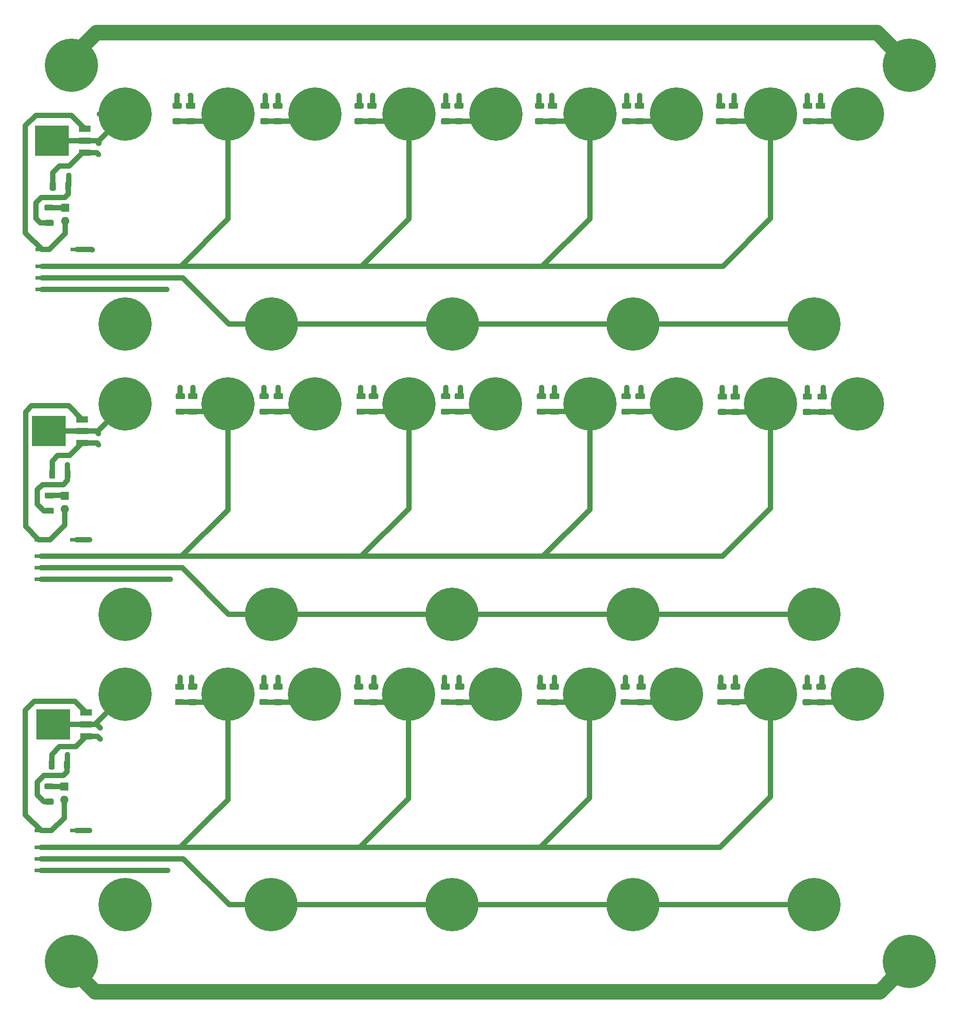
<source format=gbr>
%TF.GenerationSoftware,KiCad,Pcbnew,(5.1.9)-1*%
%TF.CreationDate,2021-07-25T11:44:51+02:00*%
%TF.ProjectId,RelayControls-HPK,52656c61-7943-46f6-9e74-726f6c732d48,V0.1*%
%TF.SameCoordinates,Original*%
%TF.FileFunction,Copper,L1,Top*%
%TF.FilePolarity,Positive*%
%FSLAX46Y46*%
G04 Gerber Fmt 4.6, Leading zero omitted, Abs format (unit mm)*
G04 Created by KiCad (PCBNEW (5.1.9)-1) date 2021-07-25 11:44:51*
%MOMM*%
%LPD*%
G01*
G04 APERTURE LIST*
%TA.AperFunction,SMDPad,CuDef*%
%ADD10R,0.450000X0.600000*%
%TD*%
%TA.AperFunction,SMDPad,CuDef*%
%ADD11R,2.200000X1.200000*%
%TD*%
%TA.AperFunction,SMDPad,CuDef*%
%ADD12R,6.400000X5.800000*%
%TD*%
%TA.AperFunction,ComponentPad*%
%ADD13R,1.600000X1.600000*%
%TD*%
%TA.AperFunction,ComponentPad*%
%ADD14O,1.600000X1.600000*%
%TD*%
%TA.AperFunction,ComponentPad*%
%ADD15C,10.160000*%
%TD*%
%TA.AperFunction,SMDPad,CuDef*%
%ADD16R,2.660000X0.800000*%
%TD*%
%TA.AperFunction,ViaPad*%
%ADD17C,0.800000*%
%TD*%
%TA.AperFunction,Conductor*%
%ADD18C,1.000000*%
%TD*%
%TA.AperFunction,Conductor*%
%ADD19C,3.000000*%
%TD*%
G04 APERTURE END LIST*
D10*
%TO.P,D3,1*%
%TO.N,Net-(D3-Pad1)*%
X33200000Y-99275000D03*
%TO.P,D3,2*%
%TO.N,Net-(D3-Pad2)*%
X33200000Y-101375000D03*
%TD*%
D11*
%TO.P,Q3,1*%
%TO.N,Net-(D5-Pad2)*%
X30824999Y-157054999D03*
%TO.P,Q3,2*%
%TO.N,Net-(D5-Pad1)*%
X30824999Y-154774999D03*
%TO.P,Q3,3*%
%TO.N,R3+*%
X30824999Y-152494999D03*
D12*
%TO.P,Q3,2*%
%TO.N,Net-(D5-Pad1)*%
X24524999Y-154774999D03*
%TD*%
%TO.P,C1,2*%
%TO.N,R1-*%
%TA.AperFunction,SMDPad,CuDef*%
G36*
G01*
X120500001Y-37325000D02*
X119199999Y-37325000D01*
G75*
G02*
X118950000Y-37075001I0J249999D01*
G01*
X118950000Y-36424999D01*
G75*
G02*
X119199999Y-36175000I249999J0D01*
G01*
X120500001Y-36175000D01*
G75*
G02*
X120750000Y-36424999I0J-249999D01*
G01*
X120750000Y-37075001D01*
G75*
G02*
X120500001Y-37325000I-249999J0D01*
G01*
G37*
%TD.AperFunction*%
%TO.P,C1,1*%
%TO.N,NC1*%
%TA.AperFunction,SMDPad,CuDef*%
G36*
G01*
X120500001Y-40275000D02*
X119199999Y-40275000D01*
G75*
G02*
X118950000Y-40025001I0J249999D01*
G01*
X118950000Y-39374999D01*
G75*
G02*
X119199999Y-39125000I249999J0D01*
G01*
X120500001Y-39125000D01*
G75*
G02*
X120750000Y-39374999I0J-249999D01*
G01*
X120750000Y-40025001D01*
G75*
G02*
X120500001Y-40275000I-249999J0D01*
G01*
G37*
%TD.AperFunction*%
%TD*%
%TO.P,C2,1*%
%TO.N,NC1*%
%TA.AperFunction,SMDPad,CuDef*%
G36*
G01*
X51425001Y-40275000D02*
X50124999Y-40275000D01*
G75*
G02*
X49875000Y-40025001I0J249999D01*
G01*
X49875000Y-39374999D01*
G75*
G02*
X50124999Y-39125000I249999J0D01*
G01*
X51425001Y-39125000D01*
G75*
G02*
X51675000Y-39374999I0J-249999D01*
G01*
X51675000Y-40025001D01*
G75*
G02*
X51425001Y-40275000I-249999J0D01*
G01*
G37*
%TD.AperFunction*%
%TO.P,C2,2*%
%TO.N,R1-*%
%TA.AperFunction,SMDPad,CuDef*%
G36*
G01*
X51425001Y-37325000D02*
X50124999Y-37325000D01*
G75*
G02*
X49875000Y-37075001I0J249999D01*
G01*
X49875000Y-36424999D01*
G75*
G02*
X50124999Y-36175000I249999J0D01*
G01*
X51425001Y-36175000D01*
G75*
G02*
X51675000Y-36424999I0J-249999D01*
G01*
X51675000Y-37075001D01*
G75*
G02*
X51425001Y-37325000I-249999J0D01*
G01*
G37*
%TD.AperFunction*%
%TD*%
%TO.P,C3,2*%
%TO.N,R1-*%
%TA.AperFunction,SMDPad,CuDef*%
G36*
G01*
X86025001Y-37325000D02*
X84724999Y-37325000D01*
G75*
G02*
X84475000Y-37075001I0J249999D01*
G01*
X84475000Y-36424999D01*
G75*
G02*
X84724999Y-36175000I249999J0D01*
G01*
X86025001Y-36175000D01*
G75*
G02*
X86275000Y-36424999I0J-249999D01*
G01*
X86275000Y-37075001D01*
G75*
G02*
X86025001Y-37325000I-249999J0D01*
G01*
G37*
%TD.AperFunction*%
%TO.P,C3,1*%
%TO.N,NC1*%
%TA.AperFunction,SMDPad,CuDef*%
G36*
G01*
X86025001Y-40275000D02*
X84724999Y-40275000D01*
G75*
G02*
X84475000Y-40025001I0J249999D01*
G01*
X84475000Y-39374999D01*
G75*
G02*
X84724999Y-39125000I249999J0D01*
G01*
X86025001Y-39125000D01*
G75*
G02*
X86275000Y-39374999I0J-249999D01*
G01*
X86275000Y-40025001D01*
G75*
G02*
X86025001Y-40275000I-249999J0D01*
G01*
G37*
%TD.AperFunction*%
%TD*%
%TO.P,C4,2*%
%TO.N,R1-*%
%TA.AperFunction,SMDPad,CuDef*%
G36*
G01*
X155025001Y-37325000D02*
X153724999Y-37325000D01*
G75*
G02*
X153475000Y-37075001I0J249999D01*
G01*
X153475000Y-36424999D01*
G75*
G02*
X153724999Y-36175000I249999J0D01*
G01*
X155025001Y-36175000D01*
G75*
G02*
X155275000Y-36424999I0J-249999D01*
G01*
X155275000Y-37075001D01*
G75*
G02*
X155025001Y-37325000I-249999J0D01*
G01*
G37*
%TD.AperFunction*%
%TO.P,C4,1*%
%TO.N,NC1*%
%TA.AperFunction,SMDPad,CuDef*%
G36*
G01*
X155025001Y-40275000D02*
X153724999Y-40275000D01*
G75*
G02*
X153475000Y-40025001I0J249999D01*
G01*
X153475000Y-39374999D01*
G75*
G02*
X153724999Y-39125000I249999J0D01*
G01*
X155025001Y-39125000D01*
G75*
G02*
X155275000Y-39374999I0J-249999D01*
G01*
X155275000Y-40025001D01*
G75*
G02*
X155025001Y-40275000I-249999J0D01*
G01*
G37*
%TD.AperFunction*%
%TD*%
%TO.P,C5,2*%
%TO.N,NO1*%
%TA.AperFunction,SMDPad,CuDef*%
G36*
G01*
X135799999Y-39125000D02*
X137100001Y-39125000D01*
G75*
G02*
X137350000Y-39374999I0J-249999D01*
G01*
X137350000Y-40025001D01*
G75*
G02*
X137100001Y-40275000I-249999J0D01*
G01*
X135799999Y-40275000D01*
G75*
G02*
X135550000Y-40025001I0J249999D01*
G01*
X135550000Y-39374999D01*
G75*
G02*
X135799999Y-39125000I249999J0D01*
G01*
G37*
%TD.AperFunction*%
%TO.P,C5,1*%
%TO.N,R1-*%
%TA.AperFunction,SMDPad,CuDef*%
G36*
G01*
X135799999Y-36175000D02*
X137100001Y-36175000D01*
G75*
G02*
X137350000Y-36424999I0J-249999D01*
G01*
X137350000Y-37075001D01*
G75*
G02*
X137100001Y-37325000I-249999J0D01*
G01*
X135799999Y-37325000D01*
G75*
G02*
X135550000Y-37075001I0J249999D01*
G01*
X135550000Y-36424999D01*
G75*
G02*
X135799999Y-36175000I249999J0D01*
G01*
G37*
%TD.AperFunction*%
%TD*%
%TO.P,C6,1*%
%TO.N,R1-*%
%TA.AperFunction,SMDPad,CuDef*%
G36*
G01*
X66749999Y-36175000D02*
X68050001Y-36175000D01*
G75*
G02*
X68300000Y-36424999I0J-249999D01*
G01*
X68300000Y-37075001D01*
G75*
G02*
X68050001Y-37325000I-249999J0D01*
G01*
X66749999Y-37325000D01*
G75*
G02*
X66500000Y-37075001I0J249999D01*
G01*
X66500000Y-36424999D01*
G75*
G02*
X66749999Y-36175000I249999J0D01*
G01*
G37*
%TD.AperFunction*%
%TO.P,C6,2*%
%TO.N,NO1*%
%TA.AperFunction,SMDPad,CuDef*%
G36*
G01*
X66749999Y-39125000D02*
X68050001Y-39125000D01*
G75*
G02*
X68300000Y-39374999I0J-249999D01*
G01*
X68300000Y-40025001D01*
G75*
G02*
X68050001Y-40275000I-249999J0D01*
G01*
X66749999Y-40275000D01*
G75*
G02*
X66500000Y-40025001I0J249999D01*
G01*
X66500000Y-39374999D01*
G75*
G02*
X66749999Y-39125000I249999J0D01*
G01*
G37*
%TD.AperFunction*%
%TD*%
%TO.P,C7,2*%
%TO.N,NO1*%
%TA.AperFunction,SMDPad,CuDef*%
G36*
G01*
X98819999Y-39125000D02*
X100120001Y-39125000D01*
G75*
G02*
X100370000Y-39374999I0J-249999D01*
G01*
X100370000Y-40025001D01*
G75*
G02*
X100120001Y-40275000I-249999J0D01*
G01*
X98819999Y-40275000D01*
G75*
G02*
X98570000Y-40025001I0J249999D01*
G01*
X98570000Y-39374999D01*
G75*
G02*
X98819999Y-39125000I249999J0D01*
G01*
G37*
%TD.AperFunction*%
%TO.P,C7,1*%
%TO.N,R1-*%
%TA.AperFunction,SMDPad,CuDef*%
G36*
G01*
X98819999Y-36175000D02*
X100120001Y-36175000D01*
G75*
G02*
X100370000Y-36424999I0J-249999D01*
G01*
X100370000Y-37075001D01*
G75*
G02*
X100120001Y-37325000I-249999J0D01*
G01*
X98819999Y-37325000D01*
G75*
G02*
X98570000Y-37075001I0J249999D01*
G01*
X98570000Y-36424999D01*
G75*
G02*
X98819999Y-36175000I249999J0D01*
G01*
G37*
%TD.AperFunction*%
%TD*%
%TO.P,C8,1*%
%TO.N,R1-*%
%TA.AperFunction,SMDPad,CuDef*%
G36*
G01*
X170349999Y-36175000D02*
X171650001Y-36175000D01*
G75*
G02*
X171900000Y-36424999I0J-249999D01*
G01*
X171900000Y-37075001D01*
G75*
G02*
X171650001Y-37325000I-249999J0D01*
G01*
X170349999Y-37325000D01*
G75*
G02*
X170100000Y-37075001I0J249999D01*
G01*
X170100000Y-36424999D01*
G75*
G02*
X170349999Y-36175000I249999J0D01*
G01*
G37*
%TD.AperFunction*%
%TO.P,C8,2*%
%TO.N,NO1*%
%TA.AperFunction,SMDPad,CuDef*%
G36*
G01*
X170349999Y-39125000D02*
X171650001Y-39125000D01*
G75*
G02*
X171900000Y-39374999I0J-249999D01*
G01*
X171900000Y-40025001D01*
G75*
G02*
X171650001Y-40275000I-249999J0D01*
G01*
X170349999Y-40275000D01*
G75*
G02*
X170100000Y-40025001I0J249999D01*
G01*
X170100000Y-39374999D01*
G75*
G02*
X170349999Y-39125000I249999J0D01*
G01*
G37*
%TD.AperFunction*%
%TD*%
%TO.P,C9,2*%
%TO.N,R2-*%
%TA.AperFunction,SMDPad,CuDef*%
G36*
G01*
X120875001Y-92725000D02*
X119574999Y-92725000D01*
G75*
G02*
X119325000Y-92475001I0J249999D01*
G01*
X119325000Y-91824999D01*
G75*
G02*
X119574999Y-91575000I249999J0D01*
G01*
X120875001Y-91575000D01*
G75*
G02*
X121125000Y-91824999I0J-249999D01*
G01*
X121125000Y-92475001D01*
G75*
G02*
X120875001Y-92725000I-249999J0D01*
G01*
G37*
%TD.AperFunction*%
%TO.P,C9,1*%
%TO.N,NC2*%
%TA.AperFunction,SMDPad,CuDef*%
G36*
G01*
X120875001Y-95675000D02*
X119574999Y-95675000D01*
G75*
G02*
X119325000Y-95425001I0J249999D01*
G01*
X119325000Y-94774999D01*
G75*
G02*
X119574999Y-94525000I249999J0D01*
G01*
X120875001Y-94525000D01*
G75*
G02*
X121125000Y-94774999I0J-249999D01*
G01*
X121125000Y-95425001D01*
G75*
G02*
X120875001Y-95675000I-249999J0D01*
G01*
G37*
%TD.AperFunction*%
%TD*%
%TO.P,C10,1*%
%TO.N,NC2*%
%TA.AperFunction,SMDPad,CuDef*%
G36*
G01*
X51825001Y-95675000D02*
X50524999Y-95675000D01*
G75*
G02*
X50275000Y-95425001I0J249999D01*
G01*
X50275000Y-94774999D01*
G75*
G02*
X50524999Y-94525000I249999J0D01*
G01*
X51825001Y-94525000D01*
G75*
G02*
X52075000Y-94774999I0J-249999D01*
G01*
X52075000Y-95425001D01*
G75*
G02*
X51825001Y-95675000I-249999J0D01*
G01*
G37*
%TD.AperFunction*%
%TO.P,C10,2*%
%TO.N,R2-*%
%TA.AperFunction,SMDPad,CuDef*%
G36*
G01*
X51825001Y-92725000D02*
X50524999Y-92725000D01*
G75*
G02*
X50275000Y-92475001I0J249999D01*
G01*
X50275000Y-91824999D01*
G75*
G02*
X50524999Y-91575000I249999J0D01*
G01*
X51825001Y-91575000D01*
G75*
G02*
X52075000Y-91824999I0J-249999D01*
G01*
X52075000Y-92475001D01*
G75*
G02*
X51825001Y-92725000I-249999J0D01*
G01*
G37*
%TD.AperFunction*%
%TD*%
%TO.P,C11,1*%
%TO.N,NC2*%
%TA.AperFunction,SMDPad,CuDef*%
G36*
G01*
X86325001Y-95675000D02*
X85024999Y-95675000D01*
G75*
G02*
X84775000Y-95425001I0J249999D01*
G01*
X84775000Y-94774999D01*
G75*
G02*
X85024999Y-94525000I249999J0D01*
G01*
X86325001Y-94525000D01*
G75*
G02*
X86575000Y-94774999I0J-249999D01*
G01*
X86575000Y-95425001D01*
G75*
G02*
X86325001Y-95675000I-249999J0D01*
G01*
G37*
%TD.AperFunction*%
%TO.P,C11,2*%
%TO.N,R2-*%
%TA.AperFunction,SMDPad,CuDef*%
G36*
G01*
X86325001Y-92725000D02*
X85024999Y-92725000D01*
G75*
G02*
X84775000Y-92475001I0J249999D01*
G01*
X84775000Y-91824999D01*
G75*
G02*
X85024999Y-91575000I249999J0D01*
G01*
X86325001Y-91575000D01*
G75*
G02*
X86575000Y-91824999I0J-249999D01*
G01*
X86575000Y-92475001D01*
G75*
G02*
X86325001Y-92725000I-249999J0D01*
G01*
G37*
%TD.AperFunction*%
%TD*%
%TO.P,C12,2*%
%TO.N,R2-*%
%TA.AperFunction,SMDPad,CuDef*%
G36*
G01*
X155390001Y-92790000D02*
X154089999Y-92790000D01*
G75*
G02*
X153840000Y-92540001I0J249999D01*
G01*
X153840000Y-91889999D01*
G75*
G02*
X154089999Y-91640000I249999J0D01*
G01*
X155390001Y-91640000D01*
G75*
G02*
X155640000Y-91889999I0J-249999D01*
G01*
X155640000Y-92540001D01*
G75*
G02*
X155390001Y-92790000I-249999J0D01*
G01*
G37*
%TD.AperFunction*%
%TO.P,C12,1*%
%TO.N,NC2*%
%TA.AperFunction,SMDPad,CuDef*%
G36*
G01*
X155390001Y-95740000D02*
X154089999Y-95740000D01*
G75*
G02*
X153840000Y-95490001I0J249999D01*
G01*
X153840000Y-94839999D01*
G75*
G02*
X154089999Y-94590000I249999J0D01*
G01*
X155390001Y-94590000D01*
G75*
G02*
X155640000Y-94839999I0J-249999D01*
G01*
X155640000Y-95490001D01*
G75*
G02*
X155390001Y-95740000I-249999J0D01*
G01*
G37*
%TD.AperFunction*%
%TD*%
%TO.P,C13,1*%
%TO.N,R2-*%
%TA.AperFunction,SMDPad,CuDef*%
G36*
G01*
X135924999Y-91575000D02*
X137225001Y-91575000D01*
G75*
G02*
X137475000Y-91824999I0J-249999D01*
G01*
X137475000Y-92475001D01*
G75*
G02*
X137225001Y-92725000I-249999J0D01*
G01*
X135924999Y-92725000D01*
G75*
G02*
X135675000Y-92475001I0J249999D01*
G01*
X135675000Y-91824999D01*
G75*
G02*
X135924999Y-91575000I249999J0D01*
G01*
G37*
%TD.AperFunction*%
%TO.P,C13,2*%
%TO.N,NO2*%
%TA.AperFunction,SMDPad,CuDef*%
G36*
G01*
X135924999Y-94525000D02*
X137225001Y-94525000D01*
G75*
G02*
X137475000Y-94774999I0J-249999D01*
G01*
X137475000Y-95425001D01*
G75*
G02*
X137225001Y-95675000I-249999J0D01*
G01*
X135924999Y-95675000D01*
G75*
G02*
X135675000Y-95425001I0J249999D01*
G01*
X135675000Y-94774999D01*
G75*
G02*
X135924999Y-94525000I249999J0D01*
G01*
G37*
%TD.AperFunction*%
%TD*%
%TO.P,C14,1*%
%TO.N,R2-*%
%TA.AperFunction,SMDPad,CuDef*%
G36*
G01*
X66874999Y-91575000D02*
X68175001Y-91575000D01*
G75*
G02*
X68425000Y-91824999I0J-249999D01*
G01*
X68425000Y-92475001D01*
G75*
G02*
X68175001Y-92725000I-249999J0D01*
G01*
X66874999Y-92725000D01*
G75*
G02*
X66625000Y-92475001I0J249999D01*
G01*
X66625000Y-91824999D01*
G75*
G02*
X66874999Y-91575000I249999J0D01*
G01*
G37*
%TD.AperFunction*%
%TO.P,C14,2*%
%TO.N,NO2*%
%TA.AperFunction,SMDPad,CuDef*%
G36*
G01*
X66874999Y-94525000D02*
X68175001Y-94525000D01*
G75*
G02*
X68425000Y-94774999I0J-249999D01*
G01*
X68425000Y-95425001D01*
G75*
G02*
X68175001Y-95675000I-249999J0D01*
G01*
X66874999Y-95675000D01*
G75*
G02*
X66625000Y-95425001I0J249999D01*
G01*
X66625000Y-94774999D01*
G75*
G02*
X66874999Y-94525000I249999J0D01*
G01*
G37*
%TD.AperFunction*%
%TD*%
%TO.P,C15,1*%
%TO.N,R2-*%
%TA.AperFunction,SMDPad,CuDef*%
G36*
G01*
X101424999Y-91575000D02*
X102725001Y-91575000D01*
G75*
G02*
X102975000Y-91824999I0J-249999D01*
G01*
X102975000Y-92475001D01*
G75*
G02*
X102725001Y-92725000I-249999J0D01*
G01*
X101424999Y-92725000D01*
G75*
G02*
X101175000Y-92475001I0J249999D01*
G01*
X101175000Y-91824999D01*
G75*
G02*
X101424999Y-91575000I249999J0D01*
G01*
G37*
%TD.AperFunction*%
%TO.P,C15,2*%
%TO.N,NO2*%
%TA.AperFunction,SMDPad,CuDef*%
G36*
G01*
X101424999Y-94525000D02*
X102725001Y-94525000D01*
G75*
G02*
X102975000Y-94774999I0J-249999D01*
G01*
X102975000Y-95425001D01*
G75*
G02*
X102725001Y-95675000I-249999J0D01*
G01*
X101424999Y-95675000D01*
G75*
G02*
X101175000Y-95425001I0J249999D01*
G01*
X101175000Y-94774999D01*
G75*
G02*
X101424999Y-94525000I249999J0D01*
G01*
G37*
%TD.AperFunction*%
%TD*%
%TO.P,C16,1*%
%TO.N,R2-*%
%TA.AperFunction,SMDPad,CuDef*%
G36*
G01*
X170669999Y-91640000D02*
X171970001Y-91640000D01*
G75*
G02*
X172220000Y-91889999I0J-249999D01*
G01*
X172220000Y-92540001D01*
G75*
G02*
X171970001Y-92790000I-249999J0D01*
G01*
X170669999Y-92790000D01*
G75*
G02*
X170420000Y-92540001I0J249999D01*
G01*
X170420000Y-91889999D01*
G75*
G02*
X170669999Y-91640000I249999J0D01*
G01*
G37*
%TD.AperFunction*%
%TO.P,C16,2*%
%TO.N,NO2*%
%TA.AperFunction,SMDPad,CuDef*%
G36*
G01*
X170669999Y-94590000D02*
X171970001Y-94590000D01*
G75*
G02*
X172220000Y-94839999I0J-249999D01*
G01*
X172220000Y-95490001D01*
G75*
G02*
X171970001Y-95740000I-249999J0D01*
G01*
X170669999Y-95740000D01*
G75*
G02*
X170420000Y-95490001I0J249999D01*
G01*
X170420000Y-94839999D01*
G75*
G02*
X170669999Y-94590000I249999J0D01*
G01*
G37*
%TD.AperFunction*%
%TD*%
%TO.P,C17,1*%
%TO.N,NC3*%
%TA.AperFunction,SMDPad,CuDef*%
G36*
G01*
X120825001Y-151075000D02*
X119524999Y-151075000D01*
G75*
G02*
X119275000Y-150825001I0J249999D01*
G01*
X119275000Y-150174999D01*
G75*
G02*
X119524999Y-149925000I249999J0D01*
G01*
X120825001Y-149925000D01*
G75*
G02*
X121075000Y-150174999I0J-249999D01*
G01*
X121075000Y-150825001D01*
G75*
G02*
X120825001Y-151075000I-249999J0D01*
G01*
G37*
%TD.AperFunction*%
%TO.P,C17,2*%
%TO.N,R3-*%
%TA.AperFunction,SMDPad,CuDef*%
G36*
G01*
X120825001Y-148125000D02*
X119524999Y-148125000D01*
G75*
G02*
X119275000Y-147875001I0J249999D01*
G01*
X119275000Y-147224999D01*
G75*
G02*
X119524999Y-146975000I249999J0D01*
G01*
X120825001Y-146975000D01*
G75*
G02*
X121075000Y-147224999I0J-249999D01*
G01*
X121075000Y-147875001D01*
G75*
G02*
X120825001Y-148125000I-249999J0D01*
G01*
G37*
%TD.AperFunction*%
%TD*%
%TO.P,C18,2*%
%TO.N,R3-*%
%TA.AperFunction,SMDPad,CuDef*%
G36*
G01*
X51800001Y-148125000D02*
X50499999Y-148125000D01*
G75*
G02*
X50250000Y-147875001I0J249999D01*
G01*
X50250000Y-147224999D01*
G75*
G02*
X50499999Y-146975000I249999J0D01*
G01*
X51800001Y-146975000D01*
G75*
G02*
X52050000Y-147224999I0J-249999D01*
G01*
X52050000Y-147875001D01*
G75*
G02*
X51800001Y-148125000I-249999J0D01*
G01*
G37*
%TD.AperFunction*%
%TO.P,C18,1*%
%TO.N,NC3*%
%TA.AperFunction,SMDPad,CuDef*%
G36*
G01*
X51800001Y-151075000D02*
X50499999Y-151075000D01*
G75*
G02*
X50250000Y-150825001I0J249999D01*
G01*
X50250000Y-150174999D01*
G75*
G02*
X50499999Y-149925000I249999J0D01*
G01*
X51800001Y-149925000D01*
G75*
G02*
X52050000Y-150174999I0J-249999D01*
G01*
X52050000Y-150825001D01*
G75*
G02*
X51800001Y-151075000I-249999J0D01*
G01*
G37*
%TD.AperFunction*%
%TD*%
%TO.P,C19,2*%
%TO.N,R3-*%
%TA.AperFunction,SMDPad,CuDef*%
G36*
G01*
X86325001Y-148125000D02*
X85024999Y-148125000D01*
G75*
G02*
X84775000Y-147875001I0J249999D01*
G01*
X84775000Y-147224999D01*
G75*
G02*
X85024999Y-146975000I249999J0D01*
G01*
X86325001Y-146975000D01*
G75*
G02*
X86575000Y-147224999I0J-249999D01*
G01*
X86575000Y-147875001D01*
G75*
G02*
X86325001Y-148125000I-249999J0D01*
G01*
G37*
%TD.AperFunction*%
%TO.P,C19,1*%
%TO.N,NC3*%
%TA.AperFunction,SMDPad,CuDef*%
G36*
G01*
X86325001Y-151075000D02*
X85024999Y-151075000D01*
G75*
G02*
X84775000Y-150825001I0J249999D01*
G01*
X84775000Y-150174999D01*
G75*
G02*
X85024999Y-149925000I249999J0D01*
G01*
X86325001Y-149925000D01*
G75*
G02*
X86575000Y-150174999I0J-249999D01*
G01*
X86575000Y-150825001D01*
G75*
G02*
X86325001Y-151075000I-249999J0D01*
G01*
G37*
%TD.AperFunction*%
%TD*%
%TO.P,C20,1*%
%TO.N,NC3*%
%TA.AperFunction,SMDPad,CuDef*%
G36*
G01*
X155410001Y-151075000D02*
X154109999Y-151075000D01*
G75*
G02*
X153860000Y-150825001I0J249999D01*
G01*
X153860000Y-150174999D01*
G75*
G02*
X154109999Y-149925000I249999J0D01*
G01*
X155410001Y-149925000D01*
G75*
G02*
X155660000Y-150174999I0J-249999D01*
G01*
X155660000Y-150825001D01*
G75*
G02*
X155410001Y-151075000I-249999J0D01*
G01*
G37*
%TD.AperFunction*%
%TO.P,C20,2*%
%TO.N,R3-*%
%TA.AperFunction,SMDPad,CuDef*%
G36*
G01*
X155410001Y-148125000D02*
X154109999Y-148125000D01*
G75*
G02*
X153860000Y-147875001I0J249999D01*
G01*
X153860000Y-147224999D01*
G75*
G02*
X154109999Y-146975000I249999J0D01*
G01*
X155410001Y-146975000D01*
G75*
G02*
X155660000Y-147224999I0J-249999D01*
G01*
X155660000Y-147875001D01*
G75*
G02*
X155410001Y-148125000I-249999J0D01*
G01*
G37*
%TD.AperFunction*%
%TD*%
%TO.P,C21,2*%
%TO.N,NO3*%
%TA.AperFunction,SMDPad,CuDef*%
G36*
G01*
X136099999Y-149925000D02*
X137400001Y-149925000D01*
G75*
G02*
X137650000Y-150174999I0J-249999D01*
G01*
X137650000Y-150825001D01*
G75*
G02*
X137400001Y-151075000I-249999J0D01*
G01*
X136099999Y-151075000D01*
G75*
G02*
X135850000Y-150825001I0J249999D01*
G01*
X135850000Y-150174999D01*
G75*
G02*
X136099999Y-149925000I249999J0D01*
G01*
G37*
%TD.AperFunction*%
%TO.P,C21,1*%
%TO.N,R3-*%
%TA.AperFunction,SMDPad,CuDef*%
G36*
G01*
X136099999Y-146975000D02*
X137400001Y-146975000D01*
G75*
G02*
X137650000Y-147224999I0J-249999D01*
G01*
X137650000Y-147875001D01*
G75*
G02*
X137400001Y-148125000I-249999J0D01*
G01*
X136099999Y-148125000D01*
G75*
G02*
X135850000Y-147875001I0J249999D01*
G01*
X135850000Y-147224999D01*
G75*
G02*
X136099999Y-146975000I249999J0D01*
G01*
G37*
%TD.AperFunction*%
%TD*%
%TO.P,C22,2*%
%TO.N,NO3*%
%TA.AperFunction,SMDPad,CuDef*%
G36*
G01*
X66799999Y-149925000D02*
X68100001Y-149925000D01*
G75*
G02*
X68350000Y-150174999I0J-249999D01*
G01*
X68350000Y-150825001D01*
G75*
G02*
X68100001Y-151075000I-249999J0D01*
G01*
X66799999Y-151075000D01*
G75*
G02*
X66550000Y-150825001I0J249999D01*
G01*
X66550000Y-150174999D01*
G75*
G02*
X66799999Y-149925000I249999J0D01*
G01*
G37*
%TD.AperFunction*%
%TO.P,C22,1*%
%TO.N,R3-*%
%TA.AperFunction,SMDPad,CuDef*%
G36*
G01*
X66799999Y-146975000D02*
X68100001Y-146975000D01*
G75*
G02*
X68350000Y-147224999I0J-249999D01*
G01*
X68350000Y-147875001D01*
G75*
G02*
X68100001Y-148125000I-249999J0D01*
G01*
X66799999Y-148125000D01*
G75*
G02*
X66550000Y-147875001I0J249999D01*
G01*
X66550000Y-147224999D01*
G75*
G02*
X66799999Y-146975000I249999J0D01*
G01*
G37*
%TD.AperFunction*%
%TD*%
%TO.P,C23,1*%
%TO.N,R3-*%
%TA.AperFunction,SMDPad,CuDef*%
G36*
G01*
X101474999Y-146975000D02*
X102775001Y-146975000D01*
G75*
G02*
X103025000Y-147224999I0J-249999D01*
G01*
X103025000Y-147875001D01*
G75*
G02*
X102775001Y-148125000I-249999J0D01*
G01*
X101474999Y-148125000D01*
G75*
G02*
X101225000Y-147875001I0J249999D01*
G01*
X101225000Y-147224999D01*
G75*
G02*
X101474999Y-146975000I249999J0D01*
G01*
G37*
%TD.AperFunction*%
%TO.P,C23,2*%
%TO.N,NO3*%
%TA.AperFunction,SMDPad,CuDef*%
G36*
G01*
X101474999Y-149925000D02*
X102775001Y-149925000D01*
G75*
G02*
X103025000Y-150174999I0J-249999D01*
G01*
X103025000Y-150825001D01*
G75*
G02*
X102775001Y-151075000I-249999J0D01*
G01*
X101474999Y-151075000D01*
G75*
G02*
X101225000Y-150825001I0J249999D01*
G01*
X101225000Y-150174999D01*
G75*
G02*
X101474999Y-149925000I249999J0D01*
G01*
G37*
%TD.AperFunction*%
%TD*%
%TO.P,C24,2*%
%TO.N,NO3*%
%TA.AperFunction,SMDPad,CuDef*%
G36*
G01*
X170459999Y-149950000D02*
X171760001Y-149950000D01*
G75*
G02*
X172010000Y-150199999I0J-249999D01*
G01*
X172010000Y-150850001D01*
G75*
G02*
X171760001Y-151100000I-249999J0D01*
G01*
X170459999Y-151100000D01*
G75*
G02*
X170210000Y-150850001I0J249999D01*
G01*
X170210000Y-150199999D01*
G75*
G02*
X170459999Y-149950000I249999J0D01*
G01*
G37*
%TD.AperFunction*%
%TO.P,C24,1*%
%TO.N,R3-*%
%TA.AperFunction,SMDPad,CuDef*%
G36*
G01*
X170459999Y-147000000D02*
X171760001Y-147000000D01*
G75*
G02*
X172010000Y-147249999I0J-249999D01*
G01*
X172010000Y-147900001D01*
G75*
G02*
X171760001Y-148150000I-249999J0D01*
G01*
X170459999Y-148150000D01*
G75*
G02*
X170210000Y-147900001I0J249999D01*
G01*
X170210000Y-147249999D01*
G75*
G02*
X170459999Y-147000000I249999J0D01*
G01*
G37*
%TD.AperFunction*%
%TD*%
D13*
%TO.P,D2,1*%
%TO.N,Net-(D2-Pad1)*%
X26850000Y-56200000D03*
D14*
%TO.P,D2,2*%
%TO.N,R1+*%
X26850000Y-58740000D03*
%TD*%
%TO.P,D4,2*%
%TO.N,R2+*%
X26743629Y-113665000D03*
D13*
%TO.P,D4,1*%
%TO.N,Net-(D4-Pad1)*%
X26743629Y-111125000D03*
%TD*%
%TO.P,D6,1*%
%TO.N,Net-(D6-Pad1)*%
X26638629Y-166600000D03*
D14*
%TO.P,D6,2*%
%TO.N,R3+*%
X26638629Y-169140000D03*
%TD*%
D15*
%TO.P,J1,1*%
%TO.N,Net-(J1-Pad1)*%
X28000000Y-29000000D03*
%TD*%
%TO.P,J2,1*%
%TO.N,Net-(J2-Pad1)*%
X188000000Y-200000000D03*
%TD*%
%TO.P,J3,1*%
%TO.N,R1-*%
X38300000Y-78350000D03*
%TD*%
%TO.P,J4,1*%
%TO.N,COM1*%
X66200000Y-78350000D03*
%TD*%
%TO.P,J5,1*%
%TO.N,COM1*%
X135250000Y-78375000D03*
%TD*%
%TO.P,J6,1*%
%TO.N,COM1*%
X100750000Y-78350000D03*
%TD*%
%TO.P,J7,1*%
%TO.N,COM1*%
X169775000Y-78375000D03*
%TD*%
%TO.P,J8,1*%
%TO.N,Net-(D1-Pad1)*%
X38300000Y-38350000D03*
%TD*%
%TO.P,J9,1*%
%TO.N,NO1*%
X74475000Y-38350000D03*
%TD*%
%TO.P,J10,1*%
%TO.N,NC1*%
X57900000Y-38350000D03*
%TD*%
%TO.P,J11,1*%
%TO.N,NO1*%
X143525000Y-38355000D03*
%TD*%
%TO.P,J12,1*%
%TO.N,NC1*%
X126970000Y-38355000D03*
%TD*%
%TO.P,J13,1*%
%TO.N,NO1*%
X109040000Y-38355000D03*
%TD*%
%TO.P,J14,1*%
%TO.N,NC1*%
X92445000Y-38355000D03*
%TD*%
%TO.P,J15,1*%
%TO.N,NO1*%
X178070000Y-38350000D03*
%TD*%
%TO.P,J16,1*%
%TO.N,NC1*%
X161495000Y-38350000D03*
%TD*%
%TO.P,J17,1*%
%TO.N,R2-*%
X38275000Y-133750000D03*
%TD*%
%TO.P,J18,1*%
%TO.N,COM2*%
X135252500Y-133750000D03*
%TD*%
%TO.P,J19,1*%
%TO.N,COM2*%
X66182500Y-133750000D03*
%TD*%
%TO.P,J20,1*%
%TO.N,COM2*%
X100700000Y-133750000D03*
%TD*%
%TO.P,J21,1*%
%TO.N,COM2*%
X169777500Y-133750000D03*
%TD*%
%TO.P,J22,1*%
%TO.N,Net-(D3-Pad1)*%
X38300000Y-93645000D03*
%TD*%
%TO.P,J23,1*%
%TO.N,NO2*%
X143525000Y-93645000D03*
%TD*%
%TO.P,J24,1*%
%TO.N,NC2*%
X126970000Y-93645000D03*
%TD*%
%TO.P,J25,1*%
%TO.N,NO2*%
X74475000Y-93645000D03*
%TD*%
%TO.P,J26,1*%
%TO.N,NC2*%
X57900000Y-93645000D03*
%TD*%
%TO.P,J27,1*%
%TO.N,NO2*%
X109000000Y-93645000D03*
%TD*%
%TO.P,J28,1*%
%TO.N,NC2*%
X92425000Y-93645000D03*
%TD*%
%TO.P,J29,1*%
%TO.N,NO2*%
X178070000Y-93645000D03*
%TD*%
%TO.P,J30,1*%
%TO.N,NC2*%
X161495000Y-93645000D03*
%TD*%
%TO.P,J31,1*%
%TO.N,R3-*%
X38275000Y-189155000D03*
%TD*%
%TO.P,J32,1*%
%TO.N,COM3*%
X135227500Y-189155000D03*
%TD*%
%TO.P,J33,1*%
%TO.N,COM3*%
X66157500Y-189155000D03*
%TD*%
%TO.P,J34,1*%
%TO.N,COM3*%
X100682500Y-189155000D03*
%TD*%
%TO.P,J35,1*%
%TO.N,COM3*%
X169752500Y-189155000D03*
%TD*%
%TO.P,J36,1*%
%TO.N,Net-(D5-Pad1)*%
X38275000Y-149025000D03*
%TD*%
%TO.P,J37,1*%
%TO.N,NO3*%
X143500000Y-149025000D03*
%TD*%
%TO.P,J38,1*%
%TO.N,NC3*%
X126945000Y-149025000D03*
%TD*%
%TO.P,J39,1*%
%TO.N,NO3*%
X74450000Y-149025000D03*
%TD*%
%TO.P,J40,1*%
%TO.N,NC3*%
X57875000Y-149025000D03*
%TD*%
%TO.P,J41,1*%
%TO.N,NO3*%
X108975000Y-149000000D03*
%TD*%
%TO.P,J42,1*%
%TO.N,NC3*%
X92400000Y-149025000D03*
%TD*%
%TO.P,J43,1*%
%TO.N,NO3*%
X178045000Y-149025000D03*
%TD*%
%TO.P,J44,1*%
%TO.N,NC3*%
X161470000Y-149025000D03*
%TD*%
%TO.P,J45,1*%
%TO.N,Net-(J1-Pad1)*%
X188000000Y-29000000D03*
%TD*%
%TO.P,J46,1*%
%TO.N,Net-(J2-Pad1)*%
X28000000Y-200000000D03*
%TD*%
D16*
%TO.P,K1,1*%
%TO.N,R1+*%
X22410001Y-64154999D03*
%TO.P,K1,2*%
%TO.N,NC1*%
X22410001Y-67354999D03*
%TO.P,K1,3*%
%TO.N,COM1*%
X22410001Y-69554999D03*
%TO.P,K1,4*%
%TO.N,NO1*%
X22410001Y-71754999D03*
%TO.P,K1,5*%
X29150001Y-71754999D03*
%TO.P,K1,6*%
%TO.N,COM1*%
X29150001Y-69554999D03*
%TO.P,K1,7*%
%TO.N,NC1*%
X29150001Y-67354999D03*
%TO.P,K1,8*%
%TO.N,R1-*%
X29150001Y-64154999D03*
%TD*%
%TO.P,K2,1*%
%TO.N,R2+*%
X22260000Y-119500000D03*
%TO.P,K2,2*%
%TO.N,NC2*%
X22260000Y-122700000D03*
%TO.P,K2,3*%
%TO.N,COM2*%
X22260000Y-124900000D03*
%TO.P,K2,4*%
%TO.N,NO2*%
X22260000Y-127100000D03*
%TO.P,K2,5*%
X29000000Y-127100000D03*
%TO.P,K2,6*%
%TO.N,COM2*%
X29000000Y-124900000D03*
%TO.P,K2,7*%
%TO.N,NC2*%
X29000000Y-122700000D03*
%TO.P,K2,8*%
%TO.N,R2-*%
X29000000Y-119500000D03*
%TD*%
%TO.P,K3,8*%
%TO.N,R3-*%
X29000000Y-175000000D03*
%TO.P,K3,7*%
%TO.N,NC3*%
X29000000Y-178200000D03*
%TO.P,K3,6*%
%TO.N,COM3*%
X29000000Y-180400000D03*
%TO.P,K3,5*%
%TO.N,NO3*%
X29000000Y-182600000D03*
%TO.P,K3,4*%
X22260000Y-182600000D03*
%TO.P,K3,3*%
%TO.N,COM3*%
X22260000Y-180400000D03*
%TO.P,K3,2*%
%TO.N,NC3*%
X22260000Y-178200000D03*
%TO.P,K3,1*%
%TO.N,R3+*%
X22260000Y-175000000D03*
%TD*%
%TO.P,R1,2*%
%TO.N,R1-*%
%TA.AperFunction,SMDPad,CuDef*%
G36*
G01*
X26831371Y-52700002D02*
X26831371Y-51449998D01*
G75*
G02*
X27081369Y-51200000I249998J0D01*
G01*
X27706373Y-51200000D01*
G75*
G02*
X27956371Y-51449998I0J-249998D01*
G01*
X27956371Y-52700002D01*
G75*
G02*
X27706373Y-52950000I-249998J0D01*
G01*
X27081369Y-52950000D01*
G75*
G02*
X26831371Y-52700002I0J249998D01*
G01*
G37*
%TD.AperFunction*%
%TO.P,R1,1*%
%TO.N,Net-(D1-Pad2)*%
%TA.AperFunction,SMDPad,CuDef*%
G36*
G01*
X23906371Y-52700002D02*
X23906371Y-51449998D01*
G75*
G02*
X24156369Y-51200000I249998J0D01*
G01*
X24781373Y-51200000D01*
G75*
G02*
X25031371Y-51449998I0J-249998D01*
G01*
X25031371Y-52700002D01*
G75*
G02*
X24781373Y-52950000I-249998J0D01*
G01*
X24156369Y-52950000D01*
G75*
G02*
X23906371Y-52700002I0J249998D01*
G01*
G37*
%TD.AperFunction*%
%TD*%
%TO.P,R2,2*%
%TO.N,NO1*%
%TA.AperFunction,SMDPad,CuDef*%
G36*
G01*
X64299998Y-39125000D02*
X65550002Y-39125000D01*
G75*
G02*
X65800000Y-39374998I0J-249998D01*
G01*
X65800000Y-40000002D01*
G75*
G02*
X65550002Y-40250000I-249998J0D01*
G01*
X64299998Y-40250000D01*
G75*
G02*
X64050000Y-40000002I0J249998D01*
G01*
X64050000Y-39374998D01*
G75*
G02*
X64299998Y-39125000I249998J0D01*
G01*
G37*
%TD.AperFunction*%
%TO.P,R2,1*%
%TO.N,R1-*%
%TA.AperFunction,SMDPad,CuDef*%
G36*
G01*
X64299998Y-36200000D02*
X65550002Y-36200000D01*
G75*
G02*
X65800000Y-36449998I0J-249998D01*
G01*
X65800000Y-37075002D01*
G75*
G02*
X65550002Y-37325000I-249998J0D01*
G01*
X64299998Y-37325000D01*
G75*
G02*
X64050000Y-37075002I0J249998D01*
G01*
X64050000Y-36449998D01*
G75*
G02*
X64299998Y-36200000I249998J0D01*
G01*
G37*
%TD.AperFunction*%
%TD*%
%TO.P,R3,1*%
%TO.N,NC1*%
%TA.AperFunction,SMDPad,CuDef*%
G36*
G01*
X118000002Y-40250000D02*
X116749998Y-40250000D01*
G75*
G02*
X116500000Y-40000002I0J249998D01*
G01*
X116500000Y-39374998D01*
G75*
G02*
X116749998Y-39125000I249998J0D01*
G01*
X118000002Y-39125000D01*
G75*
G02*
X118250000Y-39374998I0J-249998D01*
G01*
X118250000Y-40000002D01*
G75*
G02*
X118000002Y-40250000I-249998J0D01*
G01*
G37*
%TD.AperFunction*%
%TO.P,R3,2*%
%TO.N,R1-*%
%TA.AperFunction,SMDPad,CuDef*%
G36*
G01*
X118000002Y-37325000D02*
X116749998Y-37325000D01*
G75*
G02*
X116500000Y-37075002I0J249998D01*
G01*
X116500000Y-36449998D01*
G75*
G02*
X116749998Y-36200000I249998J0D01*
G01*
X118000002Y-36200000D01*
G75*
G02*
X118250000Y-36449998I0J-249998D01*
G01*
X118250000Y-37075002D01*
G75*
G02*
X118000002Y-37325000I-249998J0D01*
G01*
G37*
%TD.AperFunction*%
%TD*%
%TO.P,R4,2*%
%TO.N,R1-*%
%TA.AperFunction,SMDPad,CuDef*%
G36*
G01*
X48825002Y-37325000D02*
X47574998Y-37325000D01*
G75*
G02*
X47325000Y-37075002I0J249998D01*
G01*
X47325000Y-36449998D01*
G75*
G02*
X47574998Y-36200000I249998J0D01*
G01*
X48825002Y-36200000D01*
G75*
G02*
X49075000Y-36449998I0J-249998D01*
G01*
X49075000Y-37075002D01*
G75*
G02*
X48825002Y-37325000I-249998J0D01*
G01*
G37*
%TD.AperFunction*%
%TO.P,R4,1*%
%TO.N,NC1*%
%TA.AperFunction,SMDPad,CuDef*%
G36*
G01*
X48825002Y-40250000D02*
X47574998Y-40250000D01*
G75*
G02*
X47325000Y-40000002I0J249998D01*
G01*
X47325000Y-39374998D01*
G75*
G02*
X47574998Y-39125000I249998J0D01*
G01*
X48825002Y-39125000D01*
G75*
G02*
X49075000Y-39374998I0J-249998D01*
G01*
X49075000Y-40000002D01*
G75*
G02*
X48825002Y-40250000I-249998J0D01*
G01*
G37*
%TD.AperFunction*%
%TD*%
%TO.P,R5,2*%
%TO.N,R1-*%
%TA.AperFunction,SMDPad,CuDef*%
G36*
G01*
X83550002Y-37325000D02*
X82299998Y-37325000D01*
G75*
G02*
X82050000Y-37075002I0J249998D01*
G01*
X82050000Y-36449998D01*
G75*
G02*
X82299998Y-36200000I249998J0D01*
G01*
X83550002Y-36200000D01*
G75*
G02*
X83800000Y-36449998I0J-249998D01*
G01*
X83800000Y-37075002D01*
G75*
G02*
X83550002Y-37325000I-249998J0D01*
G01*
G37*
%TD.AperFunction*%
%TO.P,R5,1*%
%TO.N,NC1*%
%TA.AperFunction,SMDPad,CuDef*%
G36*
G01*
X83550002Y-40250000D02*
X82299998Y-40250000D01*
G75*
G02*
X82050000Y-40000002I0J249998D01*
G01*
X82050000Y-39374998D01*
G75*
G02*
X82299998Y-39125000I249998J0D01*
G01*
X83550002Y-39125000D01*
G75*
G02*
X83800000Y-39374998I0J-249998D01*
G01*
X83800000Y-40000002D01*
G75*
G02*
X83550002Y-40250000I-249998J0D01*
G01*
G37*
%TD.AperFunction*%
%TD*%
%TO.P,R6,1*%
%TO.N,NC1*%
%TA.AperFunction,SMDPad,CuDef*%
G36*
G01*
X152550002Y-40250000D02*
X151299998Y-40250000D01*
G75*
G02*
X151050000Y-40000002I0J249998D01*
G01*
X151050000Y-39374998D01*
G75*
G02*
X151299998Y-39125000I249998J0D01*
G01*
X152550002Y-39125000D01*
G75*
G02*
X152800000Y-39374998I0J-249998D01*
G01*
X152800000Y-40000002D01*
G75*
G02*
X152550002Y-40250000I-249998J0D01*
G01*
G37*
%TD.AperFunction*%
%TO.P,R6,2*%
%TO.N,R1-*%
%TA.AperFunction,SMDPad,CuDef*%
G36*
G01*
X152550002Y-37325000D02*
X151299998Y-37325000D01*
G75*
G02*
X151050000Y-37075002I0J249998D01*
G01*
X151050000Y-36449998D01*
G75*
G02*
X151299998Y-36200000I249998J0D01*
G01*
X152550002Y-36200000D01*
G75*
G02*
X152800000Y-36449998I0J-249998D01*
G01*
X152800000Y-37075002D01*
G75*
G02*
X152550002Y-37325000I-249998J0D01*
G01*
G37*
%TD.AperFunction*%
%TD*%
%TO.P,R7,1*%
%TO.N,R1-*%
%TA.AperFunction,SMDPad,CuDef*%
G36*
G01*
X133374998Y-36200000D02*
X134625002Y-36200000D01*
G75*
G02*
X134875000Y-36449998I0J-249998D01*
G01*
X134875000Y-37075002D01*
G75*
G02*
X134625002Y-37325000I-249998J0D01*
G01*
X133374998Y-37325000D01*
G75*
G02*
X133125000Y-37075002I0J249998D01*
G01*
X133125000Y-36449998D01*
G75*
G02*
X133374998Y-36200000I249998J0D01*
G01*
G37*
%TD.AperFunction*%
%TO.P,R7,2*%
%TO.N,NO1*%
%TA.AperFunction,SMDPad,CuDef*%
G36*
G01*
X133374998Y-39125000D02*
X134625002Y-39125000D01*
G75*
G02*
X134875000Y-39374998I0J-249998D01*
G01*
X134875000Y-40000002D01*
G75*
G02*
X134625002Y-40250000I-249998J0D01*
G01*
X133374998Y-40250000D01*
G75*
G02*
X133125000Y-40000002I0J249998D01*
G01*
X133125000Y-39374998D01*
G75*
G02*
X133374998Y-39125000I249998J0D01*
G01*
G37*
%TD.AperFunction*%
%TD*%
%TO.P,R8,2*%
%TO.N,NO1*%
%TA.AperFunction,SMDPad,CuDef*%
G36*
G01*
X101369998Y-39125000D02*
X102620002Y-39125000D01*
G75*
G02*
X102870000Y-39374998I0J-249998D01*
G01*
X102870000Y-40000002D01*
G75*
G02*
X102620002Y-40250000I-249998J0D01*
G01*
X101369998Y-40250000D01*
G75*
G02*
X101120000Y-40000002I0J249998D01*
G01*
X101120000Y-39374998D01*
G75*
G02*
X101369998Y-39125000I249998J0D01*
G01*
G37*
%TD.AperFunction*%
%TO.P,R8,1*%
%TO.N,R1-*%
%TA.AperFunction,SMDPad,CuDef*%
G36*
G01*
X101369998Y-36200000D02*
X102620002Y-36200000D01*
G75*
G02*
X102870000Y-36449998I0J-249998D01*
G01*
X102870000Y-37075002D01*
G75*
G02*
X102620002Y-37325000I-249998J0D01*
G01*
X101369998Y-37325000D01*
G75*
G02*
X101120000Y-37075002I0J249998D01*
G01*
X101120000Y-36449998D01*
G75*
G02*
X101369998Y-36200000I249998J0D01*
G01*
G37*
%TD.AperFunction*%
%TD*%
%TO.P,R9,2*%
%TO.N,NO1*%
%TA.AperFunction,SMDPad,CuDef*%
G36*
G01*
X167924998Y-39125000D02*
X169175002Y-39125000D01*
G75*
G02*
X169425000Y-39374998I0J-249998D01*
G01*
X169425000Y-40000002D01*
G75*
G02*
X169175002Y-40250000I-249998J0D01*
G01*
X167924998Y-40250000D01*
G75*
G02*
X167675000Y-40000002I0J249998D01*
G01*
X167675000Y-39374998D01*
G75*
G02*
X167924998Y-39125000I249998J0D01*
G01*
G37*
%TD.AperFunction*%
%TO.P,R9,1*%
%TO.N,R1-*%
%TA.AperFunction,SMDPad,CuDef*%
G36*
G01*
X167924998Y-36200000D02*
X169175002Y-36200000D01*
G75*
G02*
X169425000Y-36449998I0J-249998D01*
G01*
X169425000Y-37075002D01*
G75*
G02*
X169175002Y-37325000I-249998J0D01*
G01*
X167924998Y-37325000D01*
G75*
G02*
X167675000Y-37075002I0J249998D01*
G01*
X167675000Y-36449998D01*
G75*
G02*
X167924998Y-36200000I249998J0D01*
G01*
G37*
%TD.AperFunction*%
%TD*%
%TO.P,R10,2*%
%TO.N,Net-(D2-Pad1)*%
%TA.AperFunction,SMDPad,CuDef*%
G36*
G01*
X24375002Y-56725685D02*
X23124998Y-56725685D01*
G75*
G02*
X22875000Y-56475687I0J249998D01*
G01*
X22875000Y-55850683D01*
G75*
G02*
X23124998Y-55600685I249998J0D01*
G01*
X24375002Y-55600685D01*
G75*
G02*
X24625000Y-55850683I0J-249998D01*
G01*
X24625000Y-56475687D01*
G75*
G02*
X24375002Y-56725685I-249998J0D01*
G01*
G37*
%TD.AperFunction*%
%TO.P,R10,1*%
%TO.N,R1-*%
%TA.AperFunction,SMDPad,CuDef*%
G36*
G01*
X24375002Y-59650685D02*
X23124998Y-59650685D01*
G75*
G02*
X22875000Y-59400687I0J249998D01*
G01*
X22875000Y-58775683D01*
G75*
G02*
X23124998Y-58525685I249998J0D01*
G01*
X24375002Y-58525685D01*
G75*
G02*
X24625000Y-58775683I0J-249998D01*
G01*
X24625000Y-59400687D01*
G75*
G02*
X24375002Y-59650685I-249998J0D01*
G01*
G37*
%TD.AperFunction*%
%TD*%
%TO.P,R11,1*%
%TO.N,Net-(D3-Pad2)*%
%TA.AperFunction,SMDPad,CuDef*%
G36*
G01*
X23800000Y-107625002D02*
X23800000Y-106374998D01*
G75*
G02*
X24049998Y-106125000I249998J0D01*
G01*
X24675002Y-106125000D01*
G75*
G02*
X24925000Y-106374998I0J-249998D01*
G01*
X24925000Y-107625002D01*
G75*
G02*
X24675002Y-107875000I-249998J0D01*
G01*
X24049998Y-107875000D01*
G75*
G02*
X23800000Y-107625002I0J249998D01*
G01*
G37*
%TD.AperFunction*%
%TO.P,R11,2*%
%TO.N,R2-*%
%TA.AperFunction,SMDPad,CuDef*%
G36*
G01*
X26725000Y-107625002D02*
X26725000Y-106374998D01*
G75*
G02*
X26974998Y-106125000I249998J0D01*
G01*
X27600002Y-106125000D01*
G75*
G02*
X27850000Y-106374998I0J-249998D01*
G01*
X27850000Y-107625002D01*
G75*
G02*
X27600002Y-107875000I-249998J0D01*
G01*
X26974998Y-107875000D01*
G75*
G02*
X26725000Y-107625002I0J249998D01*
G01*
G37*
%TD.AperFunction*%
%TD*%
%TO.P,R12,1*%
%TO.N,NC2*%
%TA.AperFunction,SMDPad,CuDef*%
G36*
G01*
X118375002Y-95650000D02*
X117124998Y-95650000D01*
G75*
G02*
X116875000Y-95400002I0J249998D01*
G01*
X116875000Y-94774998D01*
G75*
G02*
X117124998Y-94525000I249998J0D01*
G01*
X118375002Y-94525000D01*
G75*
G02*
X118625000Y-94774998I0J-249998D01*
G01*
X118625000Y-95400002D01*
G75*
G02*
X118375002Y-95650000I-249998J0D01*
G01*
G37*
%TD.AperFunction*%
%TO.P,R12,2*%
%TO.N,R2-*%
%TA.AperFunction,SMDPad,CuDef*%
G36*
G01*
X118375002Y-92725000D02*
X117124998Y-92725000D01*
G75*
G02*
X116875000Y-92475002I0J249998D01*
G01*
X116875000Y-91849998D01*
G75*
G02*
X117124998Y-91600000I249998J0D01*
G01*
X118375002Y-91600000D01*
G75*
G02*
X118625000Y-91849998I0J-249998D01*
G01*
X118625000Y-92475002D01*
G75*
G02*
X118375002Y-92725000I-249998J0D01*
G01*
G37*
%TD.AperFunction*%
%TD*%
%TO.P,R13,1*%
%TO.N,NC2*%
%TA.AperFunction,SMDPad,CuDef*%
G36*
G01*
X49450002Y-95650000D02*
X48199998Y-95650000D01*
G75*
G02*
X47950000Y-95400002I0J249998D01*
G01*
X47950000Y-94774998D01*
G75*
G02*
X48199998Y-94525000I249998J0D01*
G01*
X49450002Y-94525000D01*
G75*
G02*
X49700000Y-94774998I0J-249998D01*
G01*
X49700000Y-95400002D01*
G75*
G02*
X49450002Y-95650000I-249998J0D01*
G01*
G37*
%TD.AperFunction*%
%TO.P,R13,2*%
%TO.N,R2-*%
%TA.AperFunction,SMDPad,CuDef*%
G36*
G01*
X49450002Y-92725000D02*
X48199998Y-92725000D01*
G75*
G02*
X47950000Y-92475002I0J249998D01*
G01*
X47950000Y-91849998D01*
G75*
G02*
X48199998Y-91600000I249998J0D01*
G01*
X49450002Y-91600000D01*
G75*
G02*
X49700000Y-91849998I0J-249998D01*
G01*
X49700000Y-92475002D01*
G75*
G02*
X49450002Y-92725000I-249998J0D01*
G01*
G37*
%TD.AperFunction*%
%TD*%
%TO.P,R14,1*%
%TO.N,NC2*%
%TA.AperFunction,SMDPad,CuDef*%
G36*
G01*
X83925002Y-95650000D02*
X82674998Y-95650000D01*
G75*
G02*
X82425000Y-95400002I0J249998D01*
G01*
X82425000Y-94774998D01*
G75*
G02*
X82674998Y-94525000I249998J0D01*
G01*
X83925002Y-94525000D01*
G75*
G02*
X84175000Y-94774998I0J-249998D01*
G01*
X84175000Y-95400002D01*
G75*
G02*
X83925002Y-95650000I-249998J0D01*
G01*
G37*
%TD.AperFunction*%
%TO.P,R14,2*%
%TO.N,R2-*%
%TA.AperFunction,SMDPad,CuDef*%
G36*
G01*
X83925002Y-92725000D02*
X82674998Y-92725000D01*
G75*
G02*
X82425000Y-92475002I0J249998D01*
G01*
X82425000Y-91849998D01*
G75*
G02*
X82674998Y-91600000I249998J0D01*
G01*
X83925002Y-91600000D01*
G75*
G02*
X84175000Y-91849998I0J-249998D01*
G01*
X84175000Y-92475002D01*
G75*
G02*
X83925002Y-92725000I-249998J0D01*
G01*
G37*
%TD.AperFunction*%
%TD*%
%TO.P,R15,2*%
%TO.N,R2-*%
%TA.AperFunction,SMDPad,CuDef*%
G36*
G01*
X152895002Y-92790000D02*
X151644998Y-92790000D01*
G75*
G02*
X151395000Y-92540002I0J249998D01*
G01*
X151395000Y-91914998D01*
G75*
G02*
X151644998Y-91665000I249998J0D01*
G01*
X152895002Y-91665000D01*
G75*
G02*
X153145000Y-91914998I0J-249998D01*
G01*
X153145000Y-92540002D01*
G75*
G02*
X152895002Y-92790000I-249998J0D01*
G01*
G37*
%TD.AperFunction*%
%TO.P,R15,1*%
%TO.N,NC2*%
%TA.AperFunction,SMDPad,CuDef*%
G36*
G01*
X152895002Y-95715000D02*
X151644998Y-95715000D01*
G75*
G02*
X151395000Y-95465002I0J249998D01*
G01*
X151395000Y-94839998D01*
G75*
G02*
X151644998Y-94590000I249998J0D01*
G01*
X152895002Y-94590000D01*
G75*
G02*
X153145000Y-94839998I0J-249998D01*
G01*
X153145000Y-95465002D01*
G75*
G02*
X152895002Y-95715000I-249998J0D01*
G01*
G37*
%TD.AperFunction*%
%TD*%
%TO.P,R16,1*%
%TO.N,R2-*%
%TA.AperFunction,SMDPad,CuDef*%
G36*
G01*
X133264998Y-91600000D02*
X134515002Y-91600000D01*
G75*
G02*
X134765000Y-91849998I0J-249998D01*
G01*
X134765000Y-92475002D01*
G75*
G02*
X134515002Y-92725000I-249998J0D01*
G01*
X133264998Y-92725000D01*
G75*
G02*
X133015000Y-92475002I0J249998D01*
G01*
X133015000Y-91849998D01*
G75*
G02*
X133264998Y-91600000I249998J0D01*
G01*
G37*
%TD.AperFunction*%
%TO.P,R16,2*%
%TO.N,NO2*%
%TA.AperFunction,SMDPad,CuDef*%
G36*
G01*
X133264998Y-94525000D02*
X134515002Y-94525000D01*
G75*
G02*
X134765000Y-94774998I0J-249998D01*
G01*
X134765000Y-95400002D01*
G75*
G02*
X134515002Y-95650000I-249998J0D01*
G01*
X133264998Y-95650000D01*
G75*
G02*
X133015000Y-95400002I0J249998D01*
G01*
X133015000Y-94774998D01*
G75*
G02*
X133264998Y-94525000I249998J0D01*
G01*
G37*
%TD.AperFunction*%
%TD*%
%TO.P,R17,2*%
%TO.N,NO2*%
%TA.AperFunction,SMDPad,CuDef*%
G36*
G01*
X64174998Y-94525000D02*
X65425002Y-94525000D01*
G75*
G02*
X65675000Y-94774998I0J-249998D01*
G01*
X65675000Y-95400002D01*
G75*
G02*
X65425002Y-95650000I-249998J0D01*
G01*
X64174998Y-95650000D01*
G75*
G02*
X63925000Y-95400002I0J249998D01*
G01*
X63925000Y-94774998D01*
G75*
G02*
X64174998Y-94525000I249998J0D01*
G01*
G37*
%TD.AperFunction*%
%TO.P,R17,1*%
%TO.N,R2-*%
%TA.AperFunction,SMDPad,CuDef*%
G36*
G01*
X64174998Y-91600000D02*
X65425002Y-91600000D01*
G75*
G02*
X65675000Y-91849998I0J-249998D01*
G01*
X65675000Y-92475002D01*
G75*
G02*
X65425002Y-92725000I-249998J0D01*
G01*
X64174998Y-92725000D01*
G75*
G02*
X63925000Y-92475002I0J249998D01*
G01*
X63925000Y-91849998D01*
G75*
G02*
X64174998Y-91600000I249998J0D01*
G01*
G37*
%TD.AperFunction*%
%TD*%
%TO.P,R18,2*%
%TO.N,NO2*%
%TA.AperFunction,SMDPad,CuDef*%
G36*
G01*
X98824998Y-94525000D02*
X100075002Y-94525000D01*
G75*
G02*
X100325000Y-94774998I0J-249998D01*
G01*
X100325000Y-95400002D01*
G75*
G02*
X100075002Y-95650000I-249998J0D01*
G01*
X98824998Y-95650000D01*
G75*
G02*
X98575000Y-95400002I0J249998D01*
G01*
X98575000Y-94774998D01*
G75*
G02*
X98824998Y-94525000I249998J0D01*
G01*
G37*
%TD.AperFunction*%
%TO.P,R18,1*%
%TO.N,R2-*%
%TA.AperFunction,SMDPad,CuDef*%
G36*
G01*
X98824998Y-91600000D02*
X100075002Y-91600000D01*
G75*
G02*
X100325000Y-91849998I0J-249998D01*
G01*
X100325000Y-92475002D01*
G75*
G02*
X100075002Y-92725000I-249998J0D01*
G01*
X98824998Y-92725000D01*
G75*
G02*
X98575000Y-92475002I0J249998D01*
G01*
X98575000Y-91849998D01*
G75*
G02*
X98824998Y-91600000I249998J0D01*
G01*
G37*
%TD.AperFunction*%
%TD*%
%TO.P,R19,1*%
%TO.N,R2-*%
%TA.AperFunction,SMDPad,CuDef*%
G36*
G01*
X167854998Y-91665000D02*
X169105002Y-91665000D01*
G75*
G02*
X169355000Y-91914998I0J-249998D01*
G01*
X169355000Y-92540002D01*
G75*
G02*
X169105002Y-92790000I-249998J0D01*
G01*
X167854998Y-92790000D01*
G75*
G02*
X167605000Y-92540002I0J249998D01*
G01*
X167605000Y-91914998D01*
G75*
G02*
X167854998Y-91665000I249998J0D01*
G01*
G37*
%TD.AperFunction*%
%TO.P,R19,2*%
%TO.N,NO2*%
%TA.AperFunction,SMDPad,CuDef*%
G36*
G01*
X167854998Y-94590000D02*
X169105002Y-94590000D01*
G75*
G02*
X169355000Y-94839998I0J-249998D01*
G01*
X169355000Y-95465002D01*
G75*
G02*
X169105002Y-95715000I-249998J0D01*
G01*
X167854998Y-95715000D01*
G75*
G02*
X167605000Y-95465002I0J249998D01*
G01*
X167605000Y-94839998D01*
G75*
G02*
X167854998Y-94590000I249998J0D01*
G01*
G37*
%TD.AperFunction*%
%TD*%
%TO.P,R20,2*%
%TO.N,Net-(D4-Pad1)*%
%TA.AperFunction,SMDPad,CuDef*%
G36*
G01*
X24425002Y-111650685D02*
X23174998Y-111650685D01*
G75*
G02*
X22925000Y-111400687I0J249998D01*
G01*
X22925000Y-110775683D01*
G75*
G02*
X23174998Y-110525685I249998J0D01*
G01*
X24425002Y-110525685D01*
G75*
G02*
X24675000Y-110775683I0J-249998D01*
G01*
X24675000Y-111400687D01*
G75*
G02*
X24425002Y-111650685I-249998J0D01*
G01*
G37*
%TD.AperFunction*%
%TO.P,R20,1*%
%TO.N,R2-*%
%TA.AperFunction,SMDPad,CuDef*%
G36*
G01*
X24425002Y-114575685D02*
X23174998Y-114575685D01*
G75*
G02*
X22925000Y-114325687I0J249998D01*
G01*
X22925000Y-113700683D01*
G75*
G02*
X23174998Y-113450685I249998J0D01*
G01*
X24425002Y-113450685D01*
G75*
G02*
X24675000Y-113700683I0J-249998D01*
G01*
X24675000Y-114325687D01*
G75*
G02*
X24425002Y-114575685I-249998J0D01*
G01*
G37*
%TD.AperFunction*%
%TD*%
%TO.P,R21,2*%
%TO.N,R3-*%
%TA.AperFunction,SMDPad,CuDef*%
G36*
G01*
X26620000Y-163100002D02*
X26620000Y-161849998D01*
G75*
G02*
X26869998Y-161600000I249998J0D01*
G01*
X27495002Y-161600000D01*
G75*
G02*
X27745000Y-161849998I0J-249998D01*
G01*
X27745000Y-163100002D01*
G75*
G02*
X27495002Y-163350000I-249998J0D01*
G01*
X26869998Y-163350000D01*
G75*
G02*
X26620000Y-163100002I0J249998D01*
G01*
G37*
%TD.AperFunction*%
%TO.P,R21,1*%
%TO.N,Net-(D5-Pad2)*%
%TA.AperFunction,SMDPad,CuDef*%
G36*
G01*
X23695000Y-163100002D02*
X23695000Y-161849998D01*
G75*
G02*
X23944998Y-161600000I249998J0D01*
G01*
X24570002Y-161600000D01*
G75*
G02*
X24820000Y-161849998I0J-249998D01*
G01*
X24820000Y-163100002D01*
G75*
G02*
X24570002Y-163350000I-249998J0D01*
G01*
X23944998Y-163350000D01*
G75*
G02*
X23695000Y-163100002I0J249998D01*
G01*
G37*
%TD.AperFunction*%
%TD*%
%TO.P,R22,1*%
%TO.N,NC3*%
%TA.AperFunction,SMDPad,CuDef*%
G36*
G01*
X118375002Y-151050000D02*
X117124998Y-151050000D01*
G75*
G02*
X116875000Y-150800002I0J249998D01*
G01*
X116875000Y-150174998D01*
G75*
G02*
X117124998Y-149925000I249998J0D01*
G01*
X118375002Y-149925000D01*
G75*
G02*
X118625000Y-150174998I0J-249998D01*
G01*
X118625000Y-150800002D01*
G75*
G02*
X118375002Y-151050000I-249998J0D01*
G01*
G37*
%TD.AperFunction*%
%TO.P,R22,2*%
%TO.N,R3-*%
%TA.AperFunction,SMDPad,CuDef*%
G36*
G01*
X118375002Y-148125000D02*
X117124998Y-148125000D01*
G75*
G02*
X116875000Y-147875002I0J249998D01*
G01*
X116875000Y-147249998D01*
G75*
G02*
X117124998Y-147000000I249998J0D01*
G01*
X118375002Y-147000000D01*
G75*
G02*
X118625000Y-147249998I0J-249998D01*
G01*
X118625000Y-147875002D01*
G75*
G02*
X118375002Y-148125000I-249998J0D01*
G01*
G37*
%TD.AperFunction*%
%TD*%
%TO.P,R23,1*%
%TO.N,NC3*%
%TA.AperFunction,SMDPad,CuDef*%
G36*
G01*
X49300002Y-151062500D02*
X48049998Y-151062500D01*
G75*
G02*
X47800000Y-150812502I0J249998D01*
G01*
X47800000Y-150187498D01*
G75*
G02*
X48049998Y-149937500I249998J0D01*
G01*
X49300002Y-149937500D01*
G75*
G02*
X49550000Y-150187498I0J-249998D01*
G01*
X49550000Y-150812502D01*
G75*
G02*
X49300002Y-151062500I-249998J0D01*
G01*
G37*
%TD.AperFunction*%
%TO.P,R23,2*%
%TO.N,R3-*%
%TA.AperFunction,SMDPad,CuDef*%
G36*
G01*
X49300002Y-148137500D02*
X48049998Y-148137500D01*
G75*
G02*
X47800000Y-147887502I0J249998D01*
G01*
X47800000Y-147262498D01*
G75*
G02*
X48049998Y-147012500I249998J0D01*
G01*
X49300002Y-147012500D01*
G75*
G02*
X49550000Y-147262498I0J-249998D01*
G01*
X49550000Y-147887502D01*
G75*
G02*
X49300002Y-148137500I-249998J0D01*
G01*
G37*
%TD.AperFunction*%
%TD*%
%TO.P,R24,2*%
%TO.N,R3-*%
%TA.AperFunction,SMDPad,CuDef*%
G36*
G01*
X83475002Y-148125000D02*
X82224998Y-148125000D01*
G75*
G02*
X81975000Y-147875002I0J249998D01*
G01*
X81975000Y-147249998D01*
G75*
G02*
X82224998Y-147000000I249998J0D01*
G01*
X83475002Y-147000000D01*
G75*
G02*
X83725000Y-147249998I0J-249998D01*
G01*
X83725000Y-147875002D01*
G75*
G02*
X83475002Y-148125000I-249998J0D01*
G01*
G37*
%TD.AperFunction*%
%TO.P,R24,1*%
%TO.N,NC3*%
%TA.AperFunction,SMDPad,CuDef*%
G36*
G01*
X83475002Y-151050000D02*
X82224998Y-151050000D01*
G75*
G02*
X81975000Y-150800002I0J249998D01*
G01*
X81975000Y-150174998D01*
G75*
G02*
X82224998Y-149925000I249998J0D01*
G01*
X83475002Y-149925000D01*
G75*
G02*
X83725000Y-150174998I0J-249998D01*
G01*
X83725000Y-150800002D01*
G75*
G02*
X83475002Y-151050000I-249998J0D01*
G01*
G37*
%TD.AperFunction*%
%TD*%
%TO.P,R25,1*%
%TO.N,NC3*%
%TA.AperFunction,SMDPad,CuDef*%
G36*
G01*
X152805002Y-151035000D02*
X151554998Y-151035000D01*
G75*
G02*
X151305000Y-150785002I0J249998D01*
G01*
X151305000Y-150159998D01*
G75*
G02*
X151554998Y-149910000I249998J0D01*
G01*
X152805002Y-149910000D01*
G75*
G02*
X153055000Y-150159998I0J-249998D01*
G01*
X153055000Y-150785002D01*
G75*
G02*
X152805002Y-151035000I-249998J0D01*
G01*
G37*
%TD.AperFunction*%
%TO.P,R25,2*%
%TO.N,R3-*%
%TA.AperFunction,SMDPad,CuDef*%
G36*
G01*
X152805002Y-148110000D02*
X151554998Y-148110000D01*
G75*
G02*
X151305000Y-147860002I0J249998D01*
G01*
X151305000Y-147234998D01*
G75*
G02*
X151554998Y-146985000I249998J0D01*
G01*
X152805002Y-146985000D01*
G75*
G02*
X153055000Y-147234998I0J-249998D01*
G01*
X153055000Y-147860002D01*
G75*
G02*
X152805002Y-148110000I-249998J0D01*
G01*
G37*
%TD.AperFunction*%
%TD*%
%TO.P,R26,1*%
%TO.N,R3-*%
%TA.AperFunction,SMDPad,CuDef*%
G36*
G01*
X133099998Y-147000000D02*
X134350002Y-147000000D01*
G75*
G02*
X134600000Y-147249998I0J-249998D01*
G01*
X134600000Y-147875002D01*
G75*
G02*
X134350002Y-148125000I-249998J0D01*
G01*
X133099998Y-148125000D01*
G75*
G02*
X132850000Y-147875002I0J249998D01*
G01*
X132850000Y-147249998D01*
G75*
G02*
X133099998Y-147000000I249998J0D01*
G01*
G37*
%TD.AperFunction*%
%TO.P,R26,2*%
%TO.N,NO3*%
%TA.AperFunction,SMDPad,CuDef*%
G36*
G01*
X133099998Y-149925000D02*
X134350002Y-149925000D01*
G75*
G02*
X134600000Y-150174998I0J-249998D01*
G01*
X134600000Y-150800002D01*
G75*
G02*
X134350002Y-151050000I-249998J0D01*
G01*
X133099998Y-151050000D01*
G75*
G02*
X132850000Y-150800002I0J249998D01*
G01*
X132850000Y-150174998D01*
G75*
G02*
X133099998Y-149925000I249998J0D01*
G01*
G37*
%TD.AperFunction*%
%TD*%
%TO.P,R27,1*%
%TO.N,R3-*%
%TA.AperFunction,SMDPad,CuDef*%
G36*
G01*
X64134998Y-147000000D02*
X65385002Y-147000000D01*
G75*
G02*
X65635000Y-147249998I0J-249998D01*
G01*
X65635000Y-147875002D01*
G75*
G02*
X65385002Y-148125000I-249998J0D01*
G01*
X64134998Y-148125000D01*
G75*
G02*
X63885000Y-147875002I0J249998D01*
G01*
X63885000Y-147249998D01*
G75*
G02*
X64134998Y-147000000I249998J0D01*
G01*
G37*
%TD.AperFunction*%
%TO.P,R27,2*%
%TO.N,NO3*%
%TA.AperFunction,SMDPad,CuDef*%
G36*
G01*
X64134998Y-149925000D02*
X65385002Y-149925000D01*
G75*
G02*
X65635000Y-150174998I0J-249998D01*
G01*
X65635000Y-150800002D01*
G75*
G02*
X65385002Y-151050000I-249998J0D01*
G01*
X64134998Y-151050000D01*
G75*
G02*
X63885000Y-150800002I0J249998D01*
G01*
X63885000Y-150174998D01*
G75*
G02*
X64134998Y-149925000I249998J0D01*
G01*
G37*
%TD.AperFunction*%
%TD*%
%TO.P,R28,1*%
%TO.N,R3-*%
%TA.AperFunction,SMDPad,CuDef*%
G36*
G01*
X98774998Y-147000000D02*
X100025002Y-147000000D01*
G75*
G02*
X100275000Y-147249998I0J-249998D01*
G01*
X100275000Y-147875002D01*
G75*
G02*
X100025002Y-148125000I-249998J0D01*
G01*
X98774998Y-148125000D01*
G75*
G02*
X98525000Y-147875002I0J249998D01*
G01*
X98525000Y-147249998D01*
G75*
G02*
X98774998Y-147000000I249998J0D01*
G01*
G37*
%TD.AperFunction*%
%TO.P,R28,2*%
%TO.N,NO3*%
%TA.AperFunction,SMDPad,CuDef*%
G36*
G01*
X98774998Y-149925000D02*
X100025002Y-149925000D01*
G75*
G02*
X100275000Y-150174998I0J-249998D01*
G01*
X100275000Y-150800002D01*
G75*
G02*
X100025002Y-151050000I-249998J0D01*
G01*
X98774998Y-151050000D01*
G75*
G02*
X98525000Y-150800002I0J249998D01*
G01*
X98525000Y-150174998D01*
G75*
G02*
X98774998Y-149925000I249998J0D01*
G01*
G37*
%TD.AperFunction*%
%TD*%
%TO.P,R29,2*%
%TO.N,NO3*%
%TA.AperFunction,SMDPad,CuDef*%
G36*
G01*
X167844998Y-149950000D02*
X169095002Y-149950000D01*
G75*
G02*
X169345000Y-150199998I0J-249998D01*
G01*
X169345000Y-150825002D01*
G75*
G02*
X169095002Y-151075000I-249998J0D01*
G01*
X167844998Y-151075000D01*
G75*
G02*
X167595000Y-150825002I0J249998D01*
G01*
X167595000Y-150199998D01*
G75*
G02*
X167844998Y-149950000I249998J0D01*
G01*
G37*
%TD.AperFunction*%
%TO.P,R29,1*%
%TO.N,R3-*%
%TA.AperFunction,SMDPad,CuDef*%
G36*
G01*
X167844998Y-147025000D02*
X169095002Y-147025000D01*
G75*
G02*
X169345000Y-147274998I0J-249998D01*
G01*
X169345000Y-147900002D01*
G75*
G02*
X169095002Y-148150000I-249998J0D01*
G01*
X167844998Y-148150000D01*
G75*
G02*
X167595000Y-147900002I0J249998D01*
G01*
X167595000Y-147274998D01*
G75*
G02*
X167844998Y-147025000I249998J0D01*
G01*
G37*
%TD.AperFunction*%
%TD*%
%TO.P,R30,2*%
%TO.N,Net-(D6-Pad1)*%
%TA.AperFunction,SMDPad,CuDef*%
G36*
G01*
X24375002Y-167125685D02*
X23124998Y-167125685D01*
G75*
G02*
X22875000Y-166875687I0J249998D01*
G01*
X22875000Y-166250683D01*
G75*
G02*
X23124998Y-166000685I249998J0D01*
G01*
X24375002Y-166000685D01*
G75*
G02*
X24625000Y-166250683I0J-249998D01*
G01*
X24625000Y-166875687D01*
G75*
G02*
X24375002Y-167125685I-249998J0D01*
G01*
G37*
%TD.AperFunction*%
%TO.P,R30,1*%
%TO.N,R3-*%
%TA.AperFunction,SMDPad,CuDef*%
G36*
G01*
X24375002Y-170050685D02*
X23124998Y-170050685D01*
G75*
G02*
X22875000Y-169800687I0J249998D01*
G01*
X22875000Y-169175683D01*
G75*
G02*
X23124998Y-168925685I249998J0D01*
G01*
X24375002Y-168925685D01*
G75*
G02*
X24625000Y-169175683I0J-249998D01*
G01*
X24625000Y-169800687D01*
G75*
G02*
X24375002Y-170050685I-249998J0D01*
G01*
G37*
%TD.AperFunction*%
%TD*%
D10*
%TO.P,D1,2*%
%TO.N,Net-(D1-Pad2)*%
X33200000Y-46050000D03*
%TO.P,D1,1*%
%TO.N,Net-(D1-Pad1)*%
X33200000Y-43950000D03*
%TD*%
%TO.P,D5,1*%
%TO.N,Net-(D5-Pad1)*%
X33500000Y-155450000D03*
%TO.P,D5,2*%
%TO.N,Net-(D5-Pad2)*%
X33500000Y-157550000D03*
%TD*%
D12*
%TO.P,Q1,2*%
%TO.N,Net-(D1-Pad1)*%
X24300000Y-43400000D03*
D11*
%TO.P,Q1,3*%
%TO.N,R1+*%
X30600000Y-41120000D03*
%TO.P,Q1,2*%
%TO.N,Net-(D1-Pad1)*%
X30600000Y-43400000D03*
%TO.P,Q1,1*%
%TO.N,Net-(D1-Pad2)*%
X30600000Y-45680000D03*
%TD*%
%TO.P,Q2,1*%
%TO.N,Net-(D3-Pad2)*%
X30025000Y-101105000D03*
%TO.P,Q2,2*%
%TO.N,Net-(D3-Pad1)*%
X30025000Y-98825000D03*
%TO.P,Q2,3*%
%TO.N,R2+*%
X30025000Y-96545000D03*
D12*
%TO.P,Q2,2*%
%TO.N,Net-(D3-Pad1)*%
X23725000Y-98825000D03*
%TD*%
D17*
%TO.N,R1-*%
X32000000Y-64250000D03*
X27500000Y-50000000D03*
X48250000Y-34750000D03*
X50750000Y-34750000D03*
X65000000Y-34750000D03*
X67500000Y-34750000D03*
X83000000Y-34750000D03*
X85500000Y-34750000D03*
X99500000Y-34750000D03*
X102000000Y-34750000D03*
X117250000Y-34750000D03*
X119750000Y-34750000D03*
X134000000Y-34750000D03*
X136500000Y-34750000D03*
X151750000Y-34750000D03*
X154500000Y-34750000D03*
X168500000Y-34750000D03*
X171000000Y-34750000D03*
%TO.N,NO1*%
X46245001Y-71754999D03*
%TO.N,R2-*%
X27250000Y-105250000D03*
X31500000Y-119500000D03*
X48750000Y-90500000D03*
X51250000Y-90500000D03*
X64750000Y-90500000D03*
X67500000Y-90500000D03*
X83250000Y-90500000D03*
X85750000Y-90500000D03*
X99500000Y-90500000D03*
X102250000Y-90500000D03*
X117750000Y-90500000D03*
X120250000Y-90500000D03*
X134000000Y-90500000D03*
X136750000Y-90500000D03*
X152250000Y-90500000D03*
X154750000Y-90500000D03*
X168500000Y-90500000D03*
X171500000Y-90500000D03*
%TO.N,NO2*%
X46900000Y-127100000D03*
%TO.N,R3-*%
X31500000Y-175000000D03*
X27250000Y-160500000D03*
X171250000Y-145750000D03*
X168500000Y-145750000D03*
X154750000Y-145750000D03*
X152000000Y-145750000D03*
X136750000Y-145750000D03*
X133750000Y-145750000D03*
X120250000Y-145750000D03*
X117500000Y-145750000D03*
X102000000Y-145750000D03*
X99250000Y-145750000D03*
X85750000Y-145750000D03*
X82750000Y-145750000D03*
X67500000Y-145750000D03*
X64750000Y-145750000D03*
X51000000Y-145750000D03*
X48750000Y-145750000D03*
%TO.N,NO3*%
X46400000Y-182600000D03*
%TD*%
D18*
%TO.N,R1-*%
X22088185Y-59088185D02*
X23750000Y-59088185D01*
X21250000Y-55250000D02*
X21250000Y-58250000D01*
X21250000Y-58250000D02*
X22088185Y-59088185D01*
X22250000Y-54250000D02*
X21250000Y-55250000D01*
X26750000Y-54250000D02*
X22250000Y-54250000D01*
X27393871Y-53606129D02*
X26750000Y-54250000D01*
X27393871Y-52075000D02*
X27393871Y-53606129D01*
X31904999Y-64154999D02*
X32000000Y-64250000D01*
X29150001Y-64154999D02*
X31904999Y-64154999D01*
X27500000Y-51968871D02*
X27393871Y-52075000D01*
X27500000Y-50000000D02*
X27500000Y-51968871D01*
X48200000Y-34800000D02*
X48250000Y-34750000D01*
X48200000Y-36762500D02*
X48200000Y-34800000D01*
X50775000Y-34775000D02*
X50750000Y-34750000D01*
X50775000Y-36750000D02*
X50775000Y-34775000D01*
X65000000Y-36687500D02*
X64925000Y-36762500D01*
X65000000Y-34750000D02*
X65000000Y-36687500D01*
X67500000Y-36650000D02*
X67400000Y-36750000D01*
X67500000Y-34750000D02*
X67500000Y-36650000D01*
X83000000Y-36687500D02*
X82925000Y-36762500D01*
X83000000Y-34750000D02*
X83000000Y-36687500D01*
X85500000Y-36625000D02*
X85375000Y-36750000D01*
X85500000Y-34750000D02*
X85500000Y-36625000D01*
X99500000Y-36720000D02*
X99470000Y-36750000D01*
X99500000Y-34750000D02*
X99500000Y-36720000D01*
X102000000Y-36757500D02*
X101995000Y-36762500D01*
X102000000Y-34750000D02*
X102000000Y-36757500D01*
X117250000Y-36637500D02*
X117375000Y-36762500D01*
X117250000Y-34750000D02*
X117250000Y-36637500D01*
X119750000Y-36650000D02*
X119850000Y-36750000D01*
X119750000Y-34750000D02*
X119750000Y-36650000D01*
X134000000Y-34750000D02*
X134000000Y-36762500D01*
X136500000Y-36700000D02*
X136450000Y-36750000D01*
X136500000Y-34750000D02*
X136500000Y-36700000D01*
X151750000Y-36587500D02*
X151925000Y-36762500D01*
X151750000Y-34750000D02*
X151750000Y-36587500D01*
X154500000Y-36625000D02*
X154375000Y-36750000D01*
X154500000Y-34750000D02*
X154500000Y-36625000D01*
X168500000Y-36712500D02*
X168550000Y-36762500D01*
X168500000Y-34750000D02*
X168500000Y-36712500D01*
X171000000Y-34750000D02*
X171000000Y-36750000D01*
%TO.N,NC1*%
X29150001Y-67354999D02*
X22410001Y-67354999D01*
X50762500Y-39687500D02*
X50775000Y-39700000D01*
X48200000Y-39687500D02*
X50762500Y-39687500D01*
X56550000Y-39700000D02*
X57900000Y-38350000D01*
X50775000Y-39700000D02*
X56550000Y-39700000D01*
X85362500Y-39687500D02*
X85375000Y-39700000D01*
X82925000Y-39687500D02*
X85362500Y-39687500D01*
X91100000Y-39700000D02*
X92445000Y-38355000D01*
X85375000Y-39700000D02*
X91100000Y-39700000D01*
X119837500Y-39687500D02*
X119850000Y-39700000D01*
X117375000Y-39687500D02*
X119837500Y-39687500D01*
X125625000Y-39700000D02*
X126970000Y-38355000D01*
X119850000Y-39700000D02*
X125625000Y-39700000D01*
X160157500Y-39687500D02*
X161495000Y-38350000D01*
X151925000Y-39687500D02*
X160157500Y-39687500D01*
X57900000Y-58350000D02*
X57900000Y-38350000D01*
X48895001Y-67354999D02*
X57900000Y-58350000D01*
X29150001Y-67354999D02*
X48895001Y-67354999D01*
X92445000Y-58305000D02*
X92445000Y-38355000D01*
X83395001Y-67354999D02*
X92445000Y-58305000D01*
X48895001Y-67354999D02*
X83395001Y-67354999D01*
X83395001Y-67354999D02*
X117895001Y-67354999D01*
X126970000Y-58280000D02*
X126970000Y-38355000D01*
X117895001Y-67354999D02*
X126970000Y-58280000D01*
X161495000Y-58255000D02*
X161495000Y-38350000D01*
X152395001Y-67354999D02*
X161495000Y-58255000D01*
X117895001Y-67354999D02*
X152395001Y-67354999D01*
%TO.N,NO1*%
X22410001Y-71754999D02*
X29150001Y-71754999D01*
X67387500Y-39687500D02*
X67400000Y-39700000D01*
X64925000Y-39687500D02*
X67387500Y-39687500D01*
X73125000Y-39700000D02*
X74475000Y-38350000D01*
X67400000Y-39700000D02*
X73125000Y-39700000D01*
X101982500Y-39700000D02*
X101995000Y-39687500D01*
X99470000Y-39700000D02*
X101982500Y-39700000D01*
X107707500Y-39687500D02*
X109040000Y-38355000D01*
X101995000Y-39687500D02*
X107707500Y-39687500D01*
X136437500Y-39687500D02*
X136450000Y-39700000D01*
X134000000Y-39687500D02*
X136437500Y-39687500D01*
X142180000Y-39700000D02*
X143525000Y-38355000D01*
X136450000Y-39700000D02*
X142180000Y-39700000D01*
X176732500Y-39687500D02*
X178070000Y-38350000D01*
X168550000Y-39687500D02*
X176732500Y-39687500D01*
X29150001Y-71754999D02*
X46245001Y-71754999D01*
X46245001Y-71754999D02*
X46245001Y-71754999D01*
%TO.N,R2-*%
X22500000Y-109000000D02*
X26500000Y-109000000D01*
X26500000Y-109000000D02*
X27287500Y-108212500D01*
X21500000Y-110000000D02*
X22500000Y-109000000D01*
X21500000Y-112750000D02*
X21500000Y-110000000D01*
X22763185Y-114013185D02*
X21500000Y-112750000D01*
X27287500Y-108212500D02*
X27287500Y-107000000D01*
X23800000Y-114013185D02*
X22763185Y-114013185D01*
X27287500Y-105287500D02*
X27250000Y-105250000D01*
X27287500Y-107000000D02*
X27287500Y-105287500D01*
X171500000Y-92035000D02*
X171320000Y-92215000D01*
X171500000Y-90500000D02*
X171500000Y-92035000D01*
X168500000Y-92207500D02*
X168480000Y-92227500D01*
X168500000Y-90500000D02*
X168500000Y-92207500D01*
X154750000Y-92205000D02*
X154740000Y-92215000D01*
X154750000Y-90500000D02*
X154750000Y-92205000D01*
X152250000Y-92207500D02*
X152270000Y-92227500D01*
X152250000Y-90500000D02*
X152250000Y-92207500D01*
X136750000Y-91975000D02*
X136575000Y-92150000D01*
X136750000Y-90500000D02*
X136750000Y-91975000D01*
X134000000Y-92052500D02*
X133890000Y-92162500D01*
X134000000Y-90500000D02*
X134000000Y-92052500D01*
X120250000Y-92125000D02*
X120225000Y-92150000D01*
X120250000Y-90500000D02*
X120250000Y-92125000D01*
X117750000Y-90500000D02*
X117750000Y-92162500D01*
X102250000Y-91975000D02*
X102075000Y-92150000D01*
X102250000Y-90500000D02*
X102250000Y-91975000D01*
X99500000Y-92112500D02*
X99450000Y-92162500D01*
X99500000Y-90500000D02*
X99500000Y-92112500D01*
X85750000Y-92075000D02*
X85675000Y-92150000D01*
X85750000Y-90500000D02*
X85750000Y-92075000D01*
X83250000Y-92112500D02*
X83300000Y-92162500D01*
X83250000Y-90500000D02*
X83250000Y-92112500D01*
X67500000Y-92125000D02*
X67525000Y-92150000D01*
X67500000Y-90500000D02*
X67500000Y-92125000D01*
X64750000Y-92112500D02*
X64800000Y-92162500D01*
X64750000Y-90500000D02*
X64750000Y-92112500D01*
X51250000Y-92075000D02*
X51175000Y-92150000D01*
X51250000Y-90500000D02*
X51250000Y-92075000D01*
X48750000Y-92087500D02*
X48825000Y-92162500D01*
X48750000Y-90500000D02*
X48750000Y-92087500D01*
X29000000Y-119500000D02*
X31500000Y-119500000D01*
%TO.N,NC2*%
X56457500Y-95087500D02*
X57900000Y-93645000D01*
X48825000Y-95087500D02*
X56457500Y-95087500D01*
X90982500Y-95087500D02*
X92425000Y-93645000D01*
X83300000Y-95087500D02*
X90982500Y-95087500D01*
X125527500Y-95087500D02*
X126970000Y-93645000D01*
X117750000Y-95087500D02*
X125527500Y-95087500D01*
X159987500Y-95152500D02*
X161495000Y-93645000D01*
X152270000Y-95152500D02*
X159987500Y-95152500D01*
X22260000Y-122700000D02*
X29000000Y-122700000D01*
X29000000Y-122700000D02*
X49050000Y-122700000D01*
X57900000Y-113850000D02*
X57900000Y-93645000D01*
X49050000Y-122700000D02*
X57900000Y-113850000D01*
X49050000Y-122700000D02*
X83300000Y-122700000D01*
X92425000Y-113575000D02*
X92425000Y-93645000D01*
X83300000Y-122700000D02*
X92425000Y-113575000D01*
X126970000Y-113780000D02*
X126970000Y-93645000D01*
X118050000Y-122700000D02*
X126970000Y-113780000D01*
X83300000Y-122700000D02*
X118050000Y-122700000D01*
X118050000Y-122700000D02*
X152300000Y-122700000D01*
X161495000Y-113505000D02*
X161495000Y-93645000D01*
X152300000Y-122700000D02*
X161495000Y-113505000D01*
%TO.N,NO2*%
X73032500Y-95087500D02*
X74475000Y-93645000D01*
X64800000Y-95087500D02*
X73032500Y-95087500D01*
X107557500Y-95087500D02*
X109000000Y-93645000D01*
X99450000Y-95087500D02*
X107557500Y-95087500D01*
X142082500Y-95087500D02*
X143525000Y-93645000D01*
X133890000Y-95087500D02*
X142082500Y-95087500D01*
X176562500Y-95152500D02*
X178070000Y-93645000D01*
X168480000Y-95152500D02*
X176562500Y-95152500D01*
X22260000Y-127100000D02*
X29000000Y-127100000D01*
X29000000Y-127100000D02*
X46900000Y-127100000D01*
X46900000Y-127100000D02*
X46900000Y-127100000D01*
%TO.N,NC3*%
X22260000Y-178200000D02*
X29000000Y-178200000D01*
X56400000Y-150500000D02*
X57875000Y-149025000D01*
X48675000Y-150500000D02*
X56400000Y-150500000D01*
X90937500Y-150487500D02*
X92400000Y-149025000D01*
X82850000Y-150487500D02*
X90937500Y-150487500D01*
X125482500Y-150487500D02*
X126945000Y-149025000D01*
X117750000Y-150487500D02*
X125482500Y-150487500D01*
X160022500Y-150472500D02*
X161470000Y-149025000D01*
X152180000Y-150472500D02*
X160022500Y-150472500D01*
X57875000Y-169125000D02*
X57875000Y-149025000D01*
X92400000Y-168850000D02*
X92400000Y-149025000D01*
X83050000Y-178200000D02*
X92400000Y-168850000D01*
X49300000Y-178200000D02*
X83050000Y-178200000D01*
X83050000Y-178200000D02*
X117550000Y-178200000D01*
X126945000Y-168805000D02*
X126945000Y-149025000D01*
X117550000Y-178200000D02*
X126945000Y-168805000D01*
X161470000Y-168530000D02*
X161470000Y-149025000D01*
X151800000Y-178200000D02*
X161470000Y-168530000D01*
X117550000Y-178200000D02*
X151800000Y-178200000D01*
X49300000Y-177700000D02*
X49300000Y-178200000D01*
X48800000Y-178200000D02*
X54125000Y-172875000D01*
X48550000Y-178200000D02*
X48800000Y-178200000D01*
X54125000Y-172875000D02*
X57875000Y-169125000D01*
X49300000Y-177700000D02*
X54125000Y-172875000D01*
X29000000Y-178200000D02*
X48550000Y-178200000D01*
X48550000Y-178200000D02*
X49300000Y-178200000D01*
%TO.N,R3-*%
X27182500Y-163817500D02*
X27182500Y-162475000D01*
X26500000Y-164500000D02*
X27182500Y-163817500D01*
X22750000Y-164500000D02*
X26500000Y-164500000D01*
X21500000Y-165750000D02*
X22750000Y-164500000D01*
X21500000Y-168250000D02*
X21500000Y-165750000D01*
X22738185Y-169488185D02*
X21500000Y-168250000D01*
X23750000Y-169488185D02*
X22738185Y-169488185D01*
X27250000Y-162407500D02*
X27182500Y-162475000D01*
X27250000Y-160500000D02*
X27250000Y-162407500D01*
X31500000Y-175000000D02*
X29000000Y-175000000D01*
X48750000Y-147500000D02*
X48675000Y-147575000D01*
X48750000Y-145750000D02*
X48750000Y-147500000D01*
X51000000Y-147400000D02*
X51150000Y-147550000D01*
X51000000Y-145750000D02*
X51000000Y-147400000D01*
X64750000Y-147552500D02*
X64760000Y-147562500D01*
X64750000Y-145750000D02*
X64750000Y-147552500D01*
X67500000Y-147500000D02*
X67450000Y-147550000D01*
X67500000Y-145750000D02*
X67500000Y-147500000D01*
X82750000Y-147462500D02*
X82850000Y-147562500D01*
X82750000Y-145750000D02*
X82750000Y-147462500D01*
X85750000Y-147475000D02*
X85675000Y-147550000D01*
X85750000Y-145750000D02*
X85750000Y-147475000D01*
X99250000Y-147412500D02*
X99400000Y-147562500D01*
X99250000Y-145750000D02*
X99250000Y-147412500D01*
X102000000Y-147425000D02*
X102125000Y-147550000D01*
X102000000Y-145750000D02*
X102000000Y-147425000D01*
X117500000Y-147312500D02*
X117750000Y-147562500D01*
X117500000Y-145750000D02*
X117500000Y-147312500D01*
X120250000Y-147475000D02*
X120175000Y-147550000D01*
X120250000Y-145750000D02*
X120250000Y-147475000D01*
X133750000Y-147537500D02*
X133725000Y-147562500D01*
X133750000Y-145750000D02*
X133750000Y-147537500D01*
X152000000Y-147367500D02*
X152180000Y-147547500D01*
X152000000Y-145750000D02*
X152000000Y-147367500D01*
X154750000Y-147540000D02*
X154760000Y-147550000D01*
X154750000Y-145750000D02*
X154750000Y-147540000D01*
X168500000Y-147557500D02*
X168470000Y-147587500D01*
X168500000Y-145750000D02*
X168500000Y-147557500D01*
X171250000Y-147435000D02*
X171110000Y-147575000D01*
X171250000Y-145750000D02*
X171250000Y-147435000D01*
X136750000Y-147550000D02*
X136750000Y-145750000D01*
%TO.N,NO3*%
X29000000Y-182600000D02*
X22350000Y-182600000D01*
X22350000Y-182600000D02*
X28400000Y-182600000D01*
X22260000Y-182600000D02*
X22350000Y-182600000D01*
X72987500Y-150487500D02*
X74450000Y-149025000D01*
X64760000Y-150487500D02*
X72987500Y-150487500D01*
X107487500Y-150487500D02*
X108975000Y-149000000D01*
X99400000Y-150487500D02*
X107487500Y-150487500D01*
X142037500Y-150487500D02*
X143500000Y-149025000D01*
X133725000Y-150487500D02*
X142037500Y-150487500D01*
X176557500Y-150512500D02*
X178045000Y-149025000D01*
X168470000Y-150512500D02*
X176557500Y-150512500D01*
X29000000Y-182600000D02*
X46400000Y-182600000D01*
X46400000Y-182600000D02*
X46400000Y-182600000D01*
%TO.N,Net-(D1-Pad2)*%
X24468871Y-52075000D02*
X24468871Y-49488870D01*
X30100000Y-45680000D02*
X27580000Y-48200000D01*
X30600000Y-45680000D02*
X30100000Y-45680000D01*
X25757741Y-48200000D02*
X24468871Y-49488870D01*
X27580000Y-48200000D02*
X25757741Y-48200000D01*
X32830000Y-45680000D02*
X33200000Y-46050000D01*
X30600000Y-45680000D02*
X32830000Y-45680000D01*
%TO.N,R1+*%
X22410001Y-64154999D02*
X23770001Y-64154999D01*
X26850000Y-61075000D02*
X23770001Y-64154999D01*
X26850000Y-58740000D02*
X26850000Y-61075000D01*
X28030000Y-38550000D02*
X30600000Y-41120000D01*
X21275000Y-38550000D02*
X28030000Y-38550000D01*
X19250000Y-40575000D02*
X21275000Y-38550000D01*
X19250000Y-60994998D02*
X19250000Y-40575000D01*
X22410001Y-64154999D02*
X19250000Y-60994998D01*
%TO.N,Net-(D1-Pad1)*%
X30600000Y-43400000D02*
X24300000Y-43400000D01*
%TO.N,Net-(D2-Pad1)*%
X26813185Y-56163185D02*
X26850000Y-56200000D01*
X23750000Y-56163185D02*
X26813185Y-56163185D01*
%TO.N,R2+*%
X22260000Y-119500000D02*
X24000000Y-119500000D01*
X26743629Y-116756371D02*
X26743629Y-113665000D01*
X24000000Y-119500000D02*
X26743629Y-116756371D01*
X27480000Y-94000000D02*
X30025000Y-96545000D01*
X19275000Y-95125000D02*
X20400000Y-94000000D01*
X19275000Y-117025000D02*
X19275000Y-95125000D01*
X21750000Y-119500000D02*
X19275000Y-117025000D01*
X20400000Y-94000000D02*
X27480000Y-94000000D01*
X22260000Y-119500000D02*
X21750000Y-119500000D01*
%TO.N,Net-(D3-Pad1)*%
X23725000Y-98825000D02*
X30025000Y-98825000D01*
X32750000Y-98825000D02*
X33200000Y-99275000D01*
X30025000Y-98825000D02*
X32750000Y-98825000D01*
%TO.N,Net-(D3-Pad2)*%
X32930000Y-101105000D02*
X33200000Y-101375000D01*
X30025000Y-101105000D02*
X32930000Y-101105000D01*
X24362500Y-107000000D02*
X24362500Y-104537500D01*
X24362500Y-104537500D02*
X25425000Y-103475000D01*
X27655000Y-103475000D02*
X30025000Y-101105000D01*
X25425000Y-103475000D02*
X27655000Y-103475000D01*
%TO.N,Net-(D4-Pad1)*%
X26706814Y-111088185D02*
X26743629Y-111125000D01*
X23800000Y-111088185D02*
X26706814Y-111088185D01*
%TO.N,R3+*%
X22260000Y-175000000D02*
X24250000Y-175000000D01*
X26638629Y-172611371D02*
X26638629Y-169140000D01*
X24250000Y-175000000D02*
X26638629Y-172611371D01*
X28680000Y-150350000D02*
X30824999Y-152494999D01*
X20925000Y-150350000D02*
X28680000Y-150350000D01*
X19250000Y-171990000D02*
X19250000Y-152025000D01*
X19250000Y-152025000D02*
X20925000Y-150350000D01*
X22260000Y-175000000D02*
X19250000Y-171990000D01*
%TO.N,Net-(D5-Pad1)*%
X30824999Y-154774999D02*
X24524999Y-154774999D01*
X32824999Y-154774999D02*
X33500000Y-155450000D01*
X30824999Y-154774999D02*
X32824999Y-154774999D01*
%TO.N,Net-(D5-Pad2)*%
X24300000Y-162432500D02*
X24257500Y-162475000D01*
X24257500Y-162475000D02*
X24257500Y-160492500D01*
X24257500Y-160492500D02*
X25750000Y-159000000D01*
X28879998Y-159000000D02*
X30824999Y-157054999D01*
X25750000Y-159000000D02*
X28879998Y-159000000D01*
X33004999Y-157054999D02*
X33500000Y-157550000D01*
X30824999Y-157054999D02*
X33004999Y-157054999D01*
%TO.N,Net-(D6-Pad1)*%
X26601814Y-166563185D02*
X26638629Y-166600000D01*
X23750000Y-166563185D02*
X26601814Y-166563185D01*
D19*
%TO.N,Net-(J1-Pad1)*%
X28000000Y-29000000D02*
X28000000Y-27500000D01*
X28000000Y-27500000D02*
X32750000Y-22750000D01*
X181750000Y-22750000D02*
X188000000Y-29000000D01*
X32750000Y-22750000D02*
X181750000Y-22750000D01*
%TO.N,Net-(J2-Pad1)*%
X28000000Y-200000000D02*
X28000000Y-201250000D01*
X28000000Y-201250000D02*
X32500000Y-205750000D01*
X182250000Y-205750000D02*
X188000000Y-200000000D01*
X32500000Y-205750000D02*
X182250000Y-205750000D01*
D18*
%TO.N,COM1*%
X22410001Y-69554999D02*
X29150001Y-69554999D01*
X66200000Y-78350000D02*
X100750000Y-78350000D01*
X135225000Y-78350000D02*
X135250000Y-78375000D01*
X100750000Y-78350000D02*
X135225000Y-78350000D01*
X135250000Y-78375000D02*
X169775000Y-78375000D01*
X49304999Y-69554999D02*
X29150001Y-69554999D01*
X58100000Y-78350000D02*
X49304999Y-69554999D01*
X66200000Y-78350000D02*
X58100000Y-78350000D01*
%TO.N,Net-(D1-Pad1)*%
X38200000Y-38250000D02*
X38300000Y-38350000D01*
X38300000Y-38350000D02*
X33370000Y-38350000D01*
%TO.N,COM2*%
X66182500Y-133750000D02*
X169777500Y-133750000D01*
X22260000Y-124900000D02*
X29000000Y-124900000D01*
X58000000Y-133750000D02*
X66182500Y-133750000D01*
X49150000Y-124900000D02*
X58000000Y-133750000D01*
X29000000Y-124900000D02*
X49150000Y-124900000D01*
%TO.N,COM3*%
X29000000Y-180400000D02*
X22260000Y-180400000D01*
X66157500Y-189155000D02*
X169752500Y-189155000D01*
X58155000Y-189155000D02*
X66157500Y-189155000D01*
X49400000Y-180400000D02*
X58155000Y-189155000D01*
X29000000Y-180400000D02*
X49400000Y-180400000D01*
%TO.N,Net-(D5-Pad1)*%
X38275000Y-149025000D02*
X34294998Y-149025000D01*
%TO.N,Net-(D1-Pad1)*%
X33250000Y-43400000D02*
X38300000Y-38350000D01*
X30600000Y-43400000D02*
X33250000Y-43400000D01*
X33250000Y-43900000D02*
X33200000Y-43950000D01*
X33250000Y-43400000D02*
X33250000Y-43900000D01*
%TO.N,Net-(D3-Pad1)*%
X33120000Y-98825000D02*
X30025000Y-98825000D01*
X38300000Y-93645000D02*
X33120000Y-98825000D01*
%TO.N,Net-(D5-Pad1)*%
X32525001Y-154774999D02*
X30824999Y-154774999D01*
X38275000Y-149025000D02*
X32525001Y-154774999D01*
%TD*%
M02*

</source>
